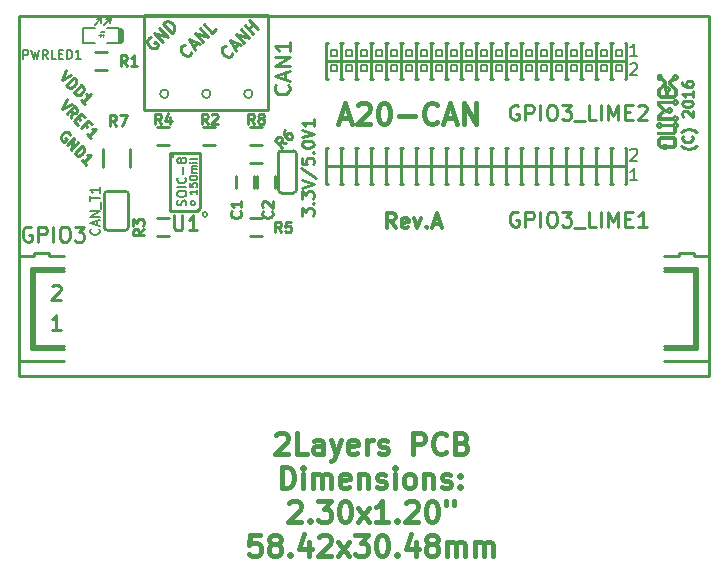
<source format=gbr>
G04 #@! TF.FileFunction,Legend,Top*
%FSLAX46Y46*%
G04 Gerber Fmt 4.6, Leading zero omitted, Abs format (unit mm)*
G04 Created by KiCad (PCBNEW 4.0.1-3.201512221401+6198~38~ubuntu15.10.1-stable) date Tue 05 Apr 2016 01:32:55 PM EEST*
%MOMM*%
G01*
G04 APERTURE LIST*
%ADD10C,0.100000*%
%ADD11C,0.200000*%
%ADD12C,0.222250*%
%ADD13C,0.254000*%
%ADD14C,0.317500*%
%ADD15C,0.381000*%
%ADD16C,0.127000*%
%ADD17C,0.150000*%
%ADD18C,0.050000*%
%ADD19C,0.009000*%
%ADD20C,0.203200*%
%ADD21C,0.250000*%
%ADD22C,0.190500*%
%ADD23C,0.158750*%
G04 APERTURE END LIST*
D10*
D11*
X139954000Y-108204000D02*
X139954000Y-108458000D01*
X140081000Y-108458000D02*
X139827000Y-108458000D01*
X140081000Y-108204000D02*
X140081000Y-108458000D01*
D12*
X184382833Y-107505500D02*
X184340500Y-107547834D01*
X184213500Y-107632500D01*
X184128833Y-107674834D01*
X184001833Y-107717167D01*
X183790167Y-107759500D01*
X183620833Y-107759500D01*
X183409167Y-107717167D01*
X183282167Y-107674834D01*
X183197500Y-107632500D01*
X183070500Y-107547834D01*
X183028167Y-107505500D01*
X183959500Y-106658833D02*
X184001833Y-106701167D01*
X184044167Y-106828167D01*
X184044167Y-106912833D01*
X184001833Y-107039833D01*
X183917167Y-107124500D01*
X183832500Y-107166833D01*
X183663167Y-107209167D01*
X183536167Y-107209167D01*
X183366833Y-107166833D01*
X183282167Y-107124500D01*
X183197500Y-107039833D01*
X183155167Y-106912833D01*
X183155167Y-106828167D01*
X183197500Y-106701167D01*
X183239833Y-106658833D01*
X184382833Y-106362500D02*
X184340500Y-106320167D01*
X184213500Y-106235500D01*
X184128833Y-106193167D01*
X184001833Y-106150833D01*
X183790167Y-106108500D01*
X183620833Y-106108500D01*
X183409167Y-106150833D01*
X183282167Y-106193167D01*
X183197500Y-106235500D01*
X183070500Y-106320167D01*
X183028167Y-106362500D01*
X183239833Y-105050167D02*
X183197500Y-105007833D01*
X183155167Y-104923167D01*
X183155167Y-104711500D01*
X183197500Y-104626833D01*
X183239833Y-104584500D01*
X183324500Y-104542167D01*
X183409167Y-104542167D01*
X183536167Y-104584500D01*
X184044167Y-105092500D01*
X184044167Y-104542167D01*
X183155167Y-103991833D02*
X183155167Y-103907166D01*
X183197500Y-103822500D01*
X183239833Y-103780166D01*
X183324500Y-103737833D01*
X183493833Y-103695500D01*
X183705500Y-103695500D01*
X183874833Y-103737833D01*
X183959500Y-103780166D01*
X184001833Y-103822500D01*
X184044167Y-103907166D01*
X184044167Y-103991833D01*
X184001833Y-104076500D01*
X183959500Y-104118833D01*
X183874833Y-104161166D01*
X183705500Y-104203500D01*
X183493833Y-104203500D01*
X183324500Y-104161166D01*
X183239833Y-104118833D01*
X183197500Y-104076500D01*
X183155167Y-103991833D01*
X184044167Y-102848833D02*
X184044167Y-103356833D01*
X184044167Y-103102833D02*
X183155167Y-103102833D01*
X183282167Y-103187499D01*
X183366833Y-103272166D01*
X183409167Y-103356833D01*
X183155167Y-102086832D02*
X183155167Y-102256166D01*
X183197500Y-102340832D01*
X183239833Y-102383166D01*
X183366833Y-102467832D01*
X183536167Y-102510166D01*
X183874833Y-102510166D01*
X183959500Y-102467832D01*
X184001833Y-102425499D01*
X184044167Y-102340832D01*
X184044167Y-102171499D01*
X184001833Y-102086832D01*
X183959500Y-102044499D01*
X183874833Y-102002166D01*
X183663167Y-102002166D01*
X183578500Y-102044499D01*
X183536167Y-102086832D01*
X183493833Y-102171499D01*
X183493833Y-102340832D01*
X183536167Y-102425499D01*
X183578500Y-102467832D01*
X183663167Y-102510166D01*
D13*
X145087422Y-99646736D02*
X145087422Y-99715157D01*
X145019001Y-99851999D01*
X144950580Y-99920420D01*
X144813738Y-99988840D01*
X144676896Y-99988840D01*
X144574264Y-99954630D01*
X144403212Y-99851998D01*
X144300581Y-99749367D01*
X144197949Y-99578315D01*
X144163739Y-99475683D01*
X144163739Y-99338841D01*
X144232159Y-99201999D01*
X144300580Y-99133578D01*
X144437422Y-99065157D01*
X144505843Y-99065157D01*
X145224264Y-99236209D02*
X145566368Y-98894105D01*
X145361106Y-99509894D02*
X144882159Y-98551999D01*
X145840053Y-99030947D01*
X146079526Y-98791473D02*
X145361106Y-98073053D01*
X146490052Y-98380947D01*
X145771632Y-97662527D01*
X146832157Y-98038842D02*
X146113737Y-97320422D01*
X146455842Y-97662527D02*
X146866368Y-97252001D01*
X147242683Y-97628316D02*
X146524263Y-96909896D01*
X141616948Y-99561210D02*
X141616948Y-99629631D01*
X141548527Y-99766473D01*
X141480105Y-99834894D01*
X141343264Y-99903314D01*
X141206422Y-99903314D01*
X141103790Y-99869104D01*
X140932738Y-99766472D01*
X140830107Y-99663841D01*
X140727475Y-99492789D01*
X140693265Y-99390157D01*
X140693265Y-99253315D01*
X140761685Y-99116473D01*
X140830106Y-99048052D01*
X140966948Y-98979631D01*
X141035369Y-98979631D01*
X141753790Y-99150683D02*
X142095894Y-98808579D01*
X141890632Y-99424368D02*
X141411685Y-98466473D01*
X142369579Y-98945421D01*
X142609052Y-98705947D02*
X141890632Y-97987527D01*
X143019578Y-98295421D01*
X142301158Y-97577001D01*
X143703788Y-97611211D02*
X143361683Y-97953316D01*
X142643263Y-97234896D01*
X138158422Y-98359158D02*
X138055790Y-98393368D01*
X137953159Y-98496000D01*
X137884738Y-98632841D01*
X137884738Y-98769683D01*
X137918949Y-98872315D01*
X138021581Y-99043368D01*
X138124211Y-99145998D01*
X138295264Y-99248630D01*
X138397896Y-99282841D01*
X138534738Y-99282841D01*
X138671579Y-99214420D01*
X138740000Y-99145999D01*
X138808421Y-99009157D01*
X138808421Y-98940736D01*
X138568948Y-98701262D01*
X138432105Y-98838104D01*
X139184737Y-98701262D02*
X138466317Y-97982842D01*
X139595263Y-98290737D01*
X138876842Y-97572316D01*
X139937368Y-97948631D02*
X139218948Y-97230211D01*
X139390000Y-97059158D01*
X139526842Y-96990738D01*
X139663684Y-96990738D01*
X139766316Y-97024948D01*
X139937368Y-97127580D01*
X140039999Y-97230211D01*
X140142631Y-97401263D01*
X140176841Y-97503895D01*
X140176841Y-97640737D01*
X140108421Y-97777579D01*
X139937368Y-97948631D01*
D14*
X158919334Y-114493524D02*
X158496001Y-113888762D01*
X158193620Y-114493524D02*
X158193620Y-113223524D01*
X158677429Y-113223524D01*
X158798382Y-113284000D01*
X158858858Y-113344476D01*
X158919334Y-113465429D01*
X158919334Y-113646857D01*
X158858858Y-113767810D01*
X158798382Y-113828286D01*
X158677429Y-113888762D01*
X158193620Y-113888762D01*
X159947429Y-114433048D02*
X159826477Y-114493524D01*
X159584572Y-114493524D01*
X159463620Y-114433048D01*
X159403144Y-114312095D01*
X159403144Y-113828286D01*
X159463620Y-113707333D01*
X159584572Y-113646857D01*
X159826477Y-113646857D01*
X159947429Y-113707333D01*
X160007906Y-113828286D01*
X160007906Y-113949238D01*
X159403144Y-114070190D01*
X160431239Y-113646857D02*
X160733620Y-114493524D01*
X161036000Y-113646857D01*
X161519810Y-114372571D02*
X161580286Y-114433048D01*
X161519810Y-114493524D01*
X161459334Y-114433048D01*
X161519810Y-114372571D01*
X161519810Y-114493524D01*
X162064096Y-114130667D02*
X162668858Y-114130667D01*
X161943143Y-114493524D02*
X162366477Y-113223524D01*
X162789810Y-114493524D01*
D15*
X154220334Y-105198333D02*
X155067000Y-105198333D01*
X154051000Y-105706333D02*
X154643667Y-103928333D01*
X155236334Y-105706333D01*
X155744334Y-104097667D02*
X155829000Y-104013000D01*
X155998334Y-103928333D01*
X156421667Y-103928333D01*
X156591000Y-104013000D01*
X156675667Y-104097667D01*
X156760334Y-104267000D01*
X156760334Y-104436333D01*
X156675667Y-104690333D01*
X155659667Y-105706333D01*
X156760334Y-105706333D01*
X157861000Y-103928333D02*
X158030333Y-103928333D01*
X158199667Y-104013000D01*
X158284333Y-104097667D01*
X158369000Y-104267000D01*
X158453667Y-104605667D01*
X158453667Y-105029000D01*
X158369000Y-105367667D01*
X158284333Y-105537000D01*
X158199667Y-105621667D01*
X158030333Y-105706333D01*
X157861000Y-105706333D01*
X157691667Y-105621667D01*
X157607000Y-105537000D01*
X157522333Y-105367667D01*
X157437667Y-105029000D01*
X157437667Y-104605667D01*
X157522333Y-104267000D01*
X157607000Y-104097667D01*
X157691667Y-104013000D01*
X157861000Y-103928333D01*
X159215666Y-105029000D02*
X160570333Y-105029000D01*
X162432999Y-105537000D02*
X162348333Y-105621667D01*
X162094333Y-105706333D01*
X161924999Y-105706333D01*
X161670999Y-105621667D01*
X161501666Y-105452333D01*
X161416999Y-105283000D01*
X161332333Y-104944333D01*
X161332333Y-104690333D01*
X161416999Y-104351667D01*
X161501666Y-104182333D01*
X161670999Y-104013000D01*
X161924999Y-103928333D01*
X162094333Y-103928333D01*
X162348333Y-104013000D01*
X162432999Y-104097667D01*
X163110333Y-105198333D02*
X163956999Y-105198333D01*
X162940999Y-105706333D02*
X163533666Y-103928333D01*
X164126333Y-105706333D01*
X164718999Y-105706333D02*
X164718999Y-103928333D01*
X165734999Y-105706333D01*
X165734999Y-103928333D01*
X148759334Y-132050367D02*
X148844000Y-131965700D01*
X149013334Y-131881033D01*
X149436667Y-131881033D01*
X149606000Y-131965700D01*
X149690667Y-132050367D01*
X149775334Y-132219700D01*
X149775334Y-132389033D01*
X149690667Y-132643033D01*
X148674667Y-133659033D01*
X149775334Y-133659033D01*
X151384000Y-133659033D02*
X150537333Y-133659033D01*
X150537333Y-131881033D01*
X152738666Y-133659033D02*
X152738666Y-132727700D01*
X152654000Y-132558367D01*
X152484666Y-132473700D01*
X152146000Y-132473700D01*
X151976666Y-132558367D01*
X152738666Y-133574367D02*
X152569333Y-133659033D01*
X152146000Y-133659033D01*
X151976666Y-133574367D01*
X151892000Y-133405033D01*
X151892000Y-133235700D01*
X151976666Y-133066367D01*
X152146000Y-132981700D01*
X152569333Y-132981700D01*
X152738666Y-132897033D01*
X153416000Y-132473700D02*
X153839333Y-133659033D01*
X154262667Y-132473700D02*
X153839333Y-133659033D01*
X153670000Y-134082367D01*
X153585333Y-134167033D01*
X153416000Y-134251700D01*
X155617334Y-133574367D02*
X155448000Y-133659033D01*
X155109334Y-133659033D01*
X154940000Y-133574367D01*
X154855334Y-133405033D01*
X154855334Y-132727700D01*
X154940000Y-132558367D01*
X155109334Y-132473700D01*
X155448000Y-132473700D01*
X155617334Y-132558367D01*
X155702000Y-132727700D01*
X155702000Y-132897033D01*
X154855334Y-133066367D01*
X156464000Y-133659033D02*
X156464000Y-132473700D01*
X156464000Y-132812367D02*
X156548667Y-132643033D01*
X156633334Y-132558367D01*
X156802667Y-132473700D01*
X156972000Y-132473700D01*
X157480001Y-133574367D02*
X157649334Y-133659033D01*
X157988001Y-133659033D01*
X158157334Y-133574367D01*
X158242001Y-133405033D01*
X158242001Y-133320367D01*
X158157334Y-133151033D01*
X157988001Y-133066367D01*
X157734001Y-133066367D01*
X157564667Y-132981700D01*
X157480001Y-132812367D01*
X157480001Y-132727700D01*
X157564667Y-132558367D01*
X157734001Y-132473700D01*
X157988001Y-132473700D01*
X158157334Y-132558367D01*
X160358667Y-133659033D02*
X160358667Y-131881033D01*
X161036001Y-131881033D01*
X161205334Y-131965700D01*
X161290001Y-132050367D01*
X161374667Y-132219700D01*
X161374667Y-132473700D01*
X161290001Y-132643033D01*
X161205334Y-132727700D01*
X161036001Y-132812367D01*
X160358667Y-132812367D01*
X163152667Y-133489700D02*
X163068001Y-133574367D01*
X162814001Y-133659033D01*
X162644667Y-133659033D01*
X162390667Y-133574367D01*
X162221334Y-133405033D01*
X162136667Y-133235700D01*
X162052001Y-132897033D01*
X162052001Y-132643033D01*
X162136667Y-132304367D01*
X162221334Y-132135033D01*
X162390667Y-131965700D01*
X162644667Y-131881033D01*
X162814001Y-131881033D01*
X163068001Y-131965700D01*
X163152667Y-132050367D01*
X164507334Y-132727700D02*
X164761334Y-132812367D01*
X164846001Y-132897033D01*
X164930667Y-133066367D01*
X164930667Y-133320367D01*
X164846001Y-133489700D01*
X164761334Y-133574367D01*
X164592001Y-133659033D01*
X163914667Y-133659033D01*
X163914667Y-131881033D01*
X164507334Y-131881033D01*
X164676667Y-131965700D01*
X164761334Y-132050367D01*
X164846001Y-132219700D01*
X164846001Y-132389033D01*
X164761334Y-132558367D01*
X164676667Y-132643033D01*
X164507334Y-132727700D01*
X163914667Y-132727700D01*
X149309666Y-136529233D02*
X149309666Y-134751233D01*
X149733000Y-134751233D01*
X149987000Y-134835900D01*
X150156333Y-135005233D01*
X150241000Y-135174567D01*
X150325666Y-135513233D01*
X150325666Y-135767233D01*
X150241000Y-136105900D01*
X150156333Y-136275233D01*
X149987000Y-136444567D01*
X149733000Y-136529233D01*
X149309666Y-136529233D01*
X151087666Y-136529233D02*
X151087666Y-135343900D01*
X151087666Y-134751233D02*
X151003000Y-134835900D01*
X151087666Y-134920567D01*
X151172333Y-134835900D01*
X151087666Y-134751233D01*
X151087666Y-134920567D01*
X151934333Y-136529233D02*
X151934333Y-135343900D01*
X151934333Y-135513233D02*
X152019000Y-135428567D01*
X152188333Y-135343900D01*
X152442333Y-135343900D01*
X152611667Y-135428567D01*
X152696333Y-135597900D01*
X152696333Y-136529233D01*
X152696333Y-135597900D02*
X152781000Y-135428567D01*
X152950333Y-135343900D01*
X153204333Y-135343900D01*
X153373667Y-135428567D01*
X153458333Y-135597900D01*
X153458333Y-136529233D01*
X154982334Y-136444567D02*
X154813000Y-136529233D01*
X154474334Y-136529233D01*
X154305000Y-136444567D01*
X154220334Y-136275233D01*
X154220334Y-135597900D01*
X154305000Y-135428567D01*
X154474334Y-135343900D01*
X154813000Y-135343900D01*
X154982334Y-135428567D01*
X155067000Y-135597900D01*
X155067000Y-135767233D01*
X154220334Y-135936567D01*
X155829000Y-135343900D02*
X155829000Y-136529233D01*
X155829000Y-135513233D02*
X155913667Y-135428567D01*
X156083000Y-135343900D01*
X156337000Y-135343900D01*
X156506334Y-135428567D01*
X156591000Y-135597900D01*
X156591000Y-136529233D01*
X157353001Y-136444567D02*
X157522334Y-136529233D01*
X157861001Y-136529233D01*
X158030334Y-136444567D01*
X158115001Y-136275233D01*
X158115001Y-136190567D01*
X158030334Y-136021233D01*
X157861001Y-135936567D01*
X157607001Y-135936567D01*
X157437667Y-135851900D01*
X157353001Y-135682567D01*
X157353001Y-135597900D01*
X157437667Y-135428567D01*
X157607001Y-135343900D01*
X157861001Y-135343900D01*
X158030334Y-135428567D01*
X158877000Y-136529233D02*
X158877000Y-135343900D01*
X158877000Y-134751233D02*
X158792334Y-134835900D01*
X158877000Y-134920567D01*
X158961667Y-134835900D01*
X158877000Y-134751233D01*
X158877000Y-134920567D01*
X159977667Y-136529233D02*
X159808334Y-136444567D01*
X159723667Y-136359900D01*
X159639001Y-136190567D01*
X159639001Y-135682567D01*
X159723667Y-135513233D01*
X159808334Y-135428567D01*
X159977667Y-135343900D01*
X160231667Y-135343900D01*
X160401001Y-135428567D01*
X160485667Y-135513233D01*
X160570334Y-135682567D01*
X160570334Y-136190567D01*
X160485667Y-136359900D01*
X160401001Y-136444567D01*
X160231667Y-136529233D01*
X159977667Y-136529233D01*
X161332334Y-135343900D02*
X161332334Y-136529233D01*
X161332334Y-135513233D02*
X161417001Y-135428567D01*
X161586334Y-135343900D01*
X161840334Y-135343900D01*
X162009668Y-135428567D01*
X162094334Y-135597900D01*
X162094334Y-136529233D01*
X162856335Y-136444567D02*
X163025668Y-136529233D01*
X163364335Y-136529233D01*
X163533668Y-136444567D01*
X163618335Y-136275233D01*
X163618335Y-136190567D01*
X163533668Y-136021233D01*
X163364335Y-135936567D01*
X163110335Y-135936567D01*
X162941001Y-135851900D01*
X162856335Y-135682567D01*
X162856335Y-135597900D01*
X162941001Y-135428567D01*
X163110335Y-135343900D01*
X163364335Y-135343900D01*
X163533668Y-135428567D01*
X164380334Y-136359900D02*
X164465001Y-136444567D01*
X164380334Y-136529233D01*
X164295668Y-136444567D01*
X164380334Y-136359900D01*
X164380334Y-136529233D01*
X164380334Y-135428567D02*
X164465001Y-135513233D01*
X164380334Y-135597900D01*
X164295668Y-135513233D01*
X164380334Y-135428567D01*
X164380334Y-135597900D01*
X149860001Y-137790767D02*
X149944667Y-137706100D01*
X150114001Y-137621433D01*
X150537334Y-137621433D01*
X150706667Y-137706100D01*
X150791334Y-137790767D01*
X150876001Y-137960100D01*
X150876001Y-138129433D01*
X150791334Y-138383433D01*
X149775334Y-139399433D01*
X150876001Y-139399433D01*
X151638000Y-139230100D02*
X151722667Y-139314767D01*
X151638000Y-139399433D01*
X151553334Y-139314767D01*
X151638000Y-139230100D01*
X151638000Y-139399433D01*
X152315334Y-137621433D02*
X153416001Y-137621433D01*
X152823334Y-138298767D01*
X153077334Y-138298767D01*
X153246667Y-138383433D01*
X153331334Y-138468100D01*
X153416001Y-138637433D01*
X153416001Y-139060767D01*
X153331334Y-139230100D01*
X153246667Y-139314767D01*
X153077334Y-139399433D01*
X152569334Y-139399433D01*
X152400001Y-139314767D01*
X152315334Y-139230100D01*
X154516667Y-137621433D02*
X154686000Y-137621433D01*
X154855334Y-137706100D01*
X154940000Y-137790767D01*
X155024667Y-137960100D01*
X155109334Y-138298767D01*
X155109334Y-138722100D01*
X155024667Y-139060767D01*
X154940000Y-139230100D01*
X154855334Y-139314767D01*
X154686000Y-139399433D01*
X154516667Y-139399433D01*
X154347334Y-139314767D01*
X154262667Y-139230100D01*
X154178000Y-139060767D01*
X154093334Y-138722100D01*
X154093334Y-138298767D01*
X154178000Y-137960100D01*
X154262667Y-137790767D01*
X154347334Y-137706100D01*
X154516667Y-137621433D01*
X155702000Y-139399433D02*
X156633333Y-138214100D01*
X155702000Y-138214100D02*
X156633333Y-139399433D01*
X158242000Y-139399433D02*
X157226000Y-139399433D01*
X157734000Y-139399433D02*
X157734000Y-137621433D01*
X157564666Y-137875433D01*
X157395333Y-138044767D01*
X157226000Y-138129433D01*
X159003999Y-139230100D02*
X159088666Y-139314767D01*
X159003999Y-139399433D01*
X158919333Y-139314767D01*
X159003999Y-139230100D01*
X159003999Y-139399433D01*
X159766000Y-137790767D02*
X159850666Y-137706100D01*
X160020000Y-137621433D01*
X160443333Y-137621433D01*
X160612666Y-137706100D01*
X160697333Y-137790767D01*
X160782000Y-137960100D01*
X160782000Y-138129433D01*
X160697333Y-138383433D01*
X159681333Y-139399433D01*
X160782000Y-139399433D01*
X161882666Y-137621433D02*
X162051999Y-137621433D01*
X162221333Y-137706100D01*
X162305999Y-137790767D01*
X162390666Y-137960100D01*
X162475333Y-138298767D01*
X162475333Y-138722100D01*
X162390666Y-139060767D01*
X162305999Y-139230100D01*
X162221333Y-139314767D01*
X162051999Y-139399433D01*
X161882666Y-139399433D01*
X161713333Y-139314767D01*
X161628666Y-139230100D01*
X161543999Y-139060767D01*
X161459333Y-138722100D01*
X161459333Y-138298767D01*
X161543999Y-137960100D01*
X161628666Y-137790767D01*
X161713333Y-137706100D01*
X161882666Y-137621433D01*
X163152666Y-137621433D02*
X163152666Y-137960100D01*
X163829999Y-137621433D02*
X163829999Y-137960100D01*
X147404668Y-140491633D02*
X146558001Y-140491633D01*
X146473335Y-141338300D01*
X146558001Y-141253633D01*
X146727335Y-141168967D01*
X147150668Y-141168967D01*
X147320001Y-141253633D01*
X147404668Y-141338300D01*
X147489335Y-141507633D01*
X147489335Y-141930967D01*
X147404668Y-142100300D01*
X147320001Y-142184967D01*
X147150668Y-142269633D01*
X146727335Y-142269633D01*
X146558001Y-142184967D01*
X146473335Y-142100300D01*
X148505334Y-141253633D02*
X148336001Y-141168967D01*
X148251334Y-141084300D01*
X148166668Y-140914967D01*
X148166668Y-140830300D01*
X148251334Y-140660967D01*
X148336001Y-140576300D01*
X148505334Y-140491633D01*
X148844001Y-140491633D01*
X149013334Y-140576300D01*
X149098001Y-140660967D01*
X149182668Y-140830300D01*
X149182668Y-140914967D01*
X149098001Y-141084300D01*
X149013334Y-141168967D01*
X148844001Y-141253633D01*
X148505334Y-141253633D01*
X148336001Y-141338300D01*
X148251334Y-141422967D01*
X148166668Y-141592300D01*
X148166668Y-141930967D01*
X148251334Y-142100300D01*
X148336001Y-142184967D01*
X148505334Y-142269633D01*
X148844001Y-142269633D01*
X149013334Y-142184967D01*
X149098001Y-142100300D01*
X149182668Y-141930967D01*
X149182668Y-141592300D01*
X149098001Y-141422967D01*
X149013334Y-141338300D01*
X148844001Y-141253633D01*
X149944667Y-142100300D02*
X150029334Y-142184967D01*
X149944667Y-142269633D01*
X149860001Y-142184967D01*
X149944667Y-142100300D01*
X149944667Y-142269633D01*
X151553334Y-141084300D02*
X151553334Y-142269633D01*
X151130001Y-140406967D02*
X150706668Y-141676967D01*
X151807334Y-141676967D01*
X152400001Y-140660967D02*
X152484667Y-140576300D01*
X152654001Y-140491633D01*
X153077334Y-140491633D01*
X153246667Y-140576300D01*
X153331334Y-140660967D01*
X153416001Y-140830300D01*
X153416001Y-140999633D01*
X153331334Y-141253633D01*
X152315334Y-142269633D01*
X153416001Y-142269633D01*
X154008667Y-142269633D02*
X154940000Y-141084300D01*
X154008667Y-141084300D02*
X154940000Y-142269633D01*
X155448000Y-140491633D02*
X156548667Y-140491633D01*
X155956000Y-141168967D01*
X156210000Y-141168967D01*
X156379333Y-141253633D01*
X156464000Y-141338300D01*
X156548667Y-141507633D01*
X156548667Y-141930967D01*
X156464000Y-142100300D01*
X156379333Y-142184967D01*
X156210000Y-142269633D01*
X155702000Y-142269633D01*
X155532667Y-142184967D01*
X155448000Y-142100300D01*
X157649333Y-140491633D02*
X157818666Y-140491633D01*
X157988000Y-140576300D01*
X158072666Y-140660967D01*
X158157333Y-140830300D01*
X158242000Y-141168967D01*
X158242000Y-141592300D01*
X158157333Y-141930967D01*
X158072666Y-142100300D01*
X157988000Y-142184967D01*
X157818666Y-142269633D01*
X157649333Y-142269633D01*
X157480000Y-142184967D01*
X157395333Y-142100300D01*
X157310666Y-141930967D01*
X157226000Y-141592300D01*
X157226000Y-141168967D01*
X157310666Y-140830300D01*
X157395333Y-140660967D01*
X157480000Y-140576300D01*
X157649333Y-140491633D01*
X159003999Y-142100300D02*
X159088666Y-142184967D01*
X159003999Y-142269633D01*
X158919333Y-142184967D01*
X159003999Y-142100300D01*
X159003999Y-142269633D01*
X160612666Y-141084300D02*
X160612666Y-142269633D01*
X160189333Y-140406967D02*
X159766000Y-141676967D01*
X160866666Y-141676967D01*
X161797999Y-141253633D02*
X161628666Y-141168967D01*
X161543999Y-141084300D01*
X161459333Y-140914967D01*
X161459333Y-140830300D01*
X161543999Y-140660967D01*
X161628666Y-140576300D01*
X161797999Y-140491633D01*
X162136666Y-140491633D01*
X162305999Y-140576300D01*
X162390666Y-140660967D01*
X162475333Y-140830300D01*
X162475333Y-140914967D01*
X162390666Y-141084300D01*
X162305999Y-141168967D01*
X162136666Y-141253633D01*
X161797999Y-141253633D01*
X161628666Y-141338300D01*
X161543999Y-141422967D01*
X161459333Y-141592300D01*
X161459333Y-141930967D01*
X161543999Y-142100300D01*
X161628666Y-142184967D01*
X161797999Y-142269633D01*
X162136666Y-142269633D01*
X162305999Y-142184967D01*
X162390666Y-142100300D01*
X162475333Y-141930967D01*
X162475333Y-141592300D01*
X162390666Y-141422967D01*
X162305999Y-141338300D01*
X162136666Y-141253633D01*
X163237332Y-142269633D02*
X163237332Y-141084300D01*
X163237332Y-141253633D02*
X163321999Y-141168967D01*
X163491332Y-141084300D01*
X163745332Y-141084300D01*
X163914666Y-141168967D01*
X163999332Y-141338300D01*
X163999332Y-142269633D01*
X163999332Y-141338300D02*
X164083999Y-141168967D01*
X164253332Y-141084300D01*
X164507332Y-141084300D01*
X164676666Y-141168967D01*
X164761332Y-141338300D01*
X164761332Y-142269633D01*
X165607999Y-142269633D02*
X165607999Y-141084300D01*
X165607999Y-141253633D02*
X165692666Y-141168967D01*
X165861999Y-141084300D01*
X166115999Y-141084300D01*
X166285333Y-141168967D01*
X166369999Y-141338300D01*
X166369999Y-142269633D01*
X166369999Y-141338300D02*
X166454666Y-141168967D01*
X166623999Y-141084300D01*
X166877999Y-141084300D01*
X167047333Y-141168967D01*
X167131999Y-141338300D01*
X167131999Y-142269633D01*
D13*
X127000000Y-96520000D02*
X127000000Y-127000000D01*
X185420000Y-96520000D02*
X127000000Y-96520000D01*
X185420000Y-127000000D02*
X185420000Y-96520000D01*
X127000000Y-127000000D02*
X185420000Y-127000000D01*
X148971000Y-111252000D02*
X148971000Y-108204000D01*
X149225000Y-111506000D02*
X150241000Y-111506000D01*
X149225000Y-107950000D02*
X150241000Y-107950000D01*
X150495000Y-108204000D02*
X150495000Y-111252000D01*
X150241000Y-111506000D02*
G75*
G03X150495000Y-111252000I0J254000D01*
G01*
X150495000Y-108204000D02*
G75*
G03X150241000Y-107950000I-254000J0D01*
G01*
X149225000Y-107950000D02*
G75*
G03X148971000Y-108204000I0J-254000D01*
G01*
X148971000Y-111252000D02*
G75*
G03X149225000Y-111506000I254000J0D01*
G01*
X146939000Y-111125000D02*
X146939000Y-110109000D01*
X145415000Y-111125000D02*
X145415000Y-110109000D01*
X148717000Y-111125000D02*
X148717000Y-110109000D01*
X147193000Y-111125000D02*
X147193000Y-110109000D01*
D16*
X146790210Y-103124000D02*
G75*
G03X146790210Y-103124000I-359210J0D01*
G01*
X146790210Y-103124000D02*
G75*
G03X146790210Y-103124000I-359210J0D01*
G01*
X143234210Y-103124000D02*
G75*
G03X143234210Y-103124000I-359210J0D01*
G01*
X143234210Y-103124000D02*
G75*
G03X143234210Y-103124000I-359210J0D01*
G01*
X139678210Y-103124000D02*
G75*
G03X139678210Y-103124000I-359210J0D01*
G01*
X139678210Y-103124000D02*
G75*
G03X139678210Y-103124000I-359210J0D01*
G01*
D13*
X148125000Y-104465000D02*
X137625000Y-104465000D01*
X137625000Y-96465000D02*
X148125000Y-96465000D01*
X148125000Y-104465000D02*
X148125000Y-96465000D01*
X137625000Y-104465000D02*
X137625000Y-96465000D01*
X154305000Y-109220000D02*
X154305000Y-110744000D01*
X154305000Y-107696000D02*
X154305000Y-109220000D01*
X155575000Y-109220000D02*
X155575000Y-110744000D01*
X156845000Y-109220000D02*
X156845000Y-110744000D01*
X158115000Y-109220000D02*
X158115000Y-110744000D01*
X159385000Y-109220000D02*
X159385000Y-110744000D01*
X160655000Y-109220000D02*
X160655000Y-110744000D01*
X161925000Y-109220000D02*
X161925000Y-110744000D01*
X163195000Y-109220000D02*
X163195000Y-110744000D01*
X164465000Y-109220000D02*
X164465000Y-110744000D01*
X155575000Y-107696000D02*
X155575000Y-109220000D01*
X156845000Y-107696000D02*
X156845000Y-109220000D01*
X158115000Y-107696000D02*
X158115000Y-109220000D01*
X159385000Y-107696000D02*
X159385000Y-109220000D01*
X160655000Y-107696000D02*
X160655000Y-109220000D01*
X161925000Y-107696000D02*
X161925000Y-109220000D01*
X163195000Y-107696000D02*
X163195000Y-109220000D01*
X164465000Y-107696000D02*
X164465000Y-109220000D01*
X164465000Y-110744000D02*
X164338000Y-110744000D01*
X164592000Y-110744000D02*
X164465000Y-110744000D01*
X163195000Y-110744000D02*
X163068000Y-110744000D01*
X163322000Y-110744000D02*
X163195000Y-110744000D01*
X161925000Y-110744000D02*
X161798000Y-110744000D01*
X162052000Y-110744000D02*
X161925000Y-110744000D01*
X160655000Y-110744000D02*
X160528000Y-110744000D01*
X160782000Y-110744000D02*
X160655000Y-110744000D01*
X159385000Y-110744000D02*
X159258000Y-110744000D01*
X159512000Y-110744000D02*
X159385000Y-110744000D01*
X158115000Y-110744000D02*
X157988000Y-110744000D01*
X158242000Y-110744000D02*
X158115000Y-110744000D01*
X156845000Y-110744000D02*
X156718000Y-110744000D01*
X156972000Y-110744000D02*
X156845000Y-110744000D01*
X155575000Y-110744000D02*
X155448000Y-110744000D01*
X155702000Y-110744000D02*
X155575000Y-110744000D01*
X154432000Y-110744000D02*
X154178000Y-110744000D01*
X154305000Y-107696000D02*
X154178000Y-107696000D01*
X154432000Y-107696000D02*
X154305000Y-107696000D01*
X155575000Y-107696000D02*
X155448000Y-107696000D01*
X155702000Y-107696000D02*
X155575000Y-107696000D01*
X156845000Y-107696000D02*
X156718000Y-107696000D01*
X156972000Y-107696000D02*
X156845000Y-107696000D01*
X158115000Y-107696000D02*
X157988000Y-107696000D01*
X158242000Y-107696000D02*
X158115000Y-107696000D01*
X159385000Y-107696000D02*
X159258000Y-107696000D01*
X159512000Y-107696000D02*
X159385000Y-107696000D01*
X160655000Y-107696000D02*
X160528000Y-107696000D01*
X160782000Y-107696000D02*
X160655000Y-107696000D01*
X161925000Y-107696000D02*
X161798000Y-107696000D01*
X162052000Y-107696000D02*
X161925000Y-107696000D01*
X163195000Y-107696000D02*
X163068000Y-107696000D01*
X163322000Y-107696000D02*
X163195000Y-107696000D01*
X164465000Y-107696000D02*
X164338000Y-107696000D01*
X164592000Y-107696000D02*
X164465000Y-107696000D01*
X154305000Y-109220000D02*
X153035000Y-109220000D01*
X155575000Y-109220000D02*
X154305000Y-109220000D01*
X156845000Y-109220000D02*
X155575000Y-109220000D01*
X158115000Y-109220000D02*
X156845000Y-109220000D01*
X159385000Y-109220000D02*
X158115000Y-109220000D01*
X160655000Y-109220000D02*
X159385000Y-109220000D01*
X161925000Y-109220000D02*
X160655000Y-109220000D01*
X163195000Y-109220000D02*
X161925000Y-109220000D01*
X164465000Y-109220000D02*
X163195000Y-109220000D01*
X165735000Y-109220000D02*
X164465000Y-109220000D01*
X153035000Y-107696000D02*
X153162000Y-107696000D01*
X153035000Y-109220000D02*
X153035000Y-107696000D01*
X153035000Y-110744000D02*
X153035000Y-109220000D01*
X153162000Y-110744000D02*
X153035000Y-110744000D01*
X165735000Y-107696000D02*
X165608000Y-107696000D01*
X165608000Y-110744000D02*
X165735000Y-110744000D01*
X178308000Y-110744000D02*
X178435000Y-110744000D01*
X178435000Y-110744000D02*
X178435000Y-109220000D01*
X178435000Y-109220000D02*
X178435000Y-107696000D01*
X178435000Y-107696000D02*
X178308000Y-107696000D01*
X165862000Y-110744000D02*
X165735000Y-110744000D01*
X165735000Y-110744000D02*
X165735000Y-109220000D01*
X165735000Y-109220000D02*
X165735000Y-107696000D01*
X165735000Y-107696000D02*
X165862000Y-107696000D01*
X178435000Y-109220000D02*
X177165000Y-109220000D01*
X177165000Y-109220000D02*
X175895000Y-109220000D01*
X175895000Y-109220000D02*
X174625000Y-109220000D01*
X174625000Y-109220000D02*
X173355000Y-109220000D01*
X173355000Y-109220000D02*
X172085000Y-109220000D01*
X172085000Y-109220000D02*
X170815000Y-109220000D01*
X170815000Y-109220000D02*
X169545000Y-109220000D01*
X169545000Y-109220000D02*
X168275000Y-109220000D01*
X168275000Y-109220000D02*
X167005000Y-109220000D01*
X167005000Y-109220000D02*
X165735000Y-109220000D01*
X177292000Y-107696000D02*
X177165000Y-107696000D01*
X177165000Y-107696000D02*
X177038000Y-107696000D01*
X176022000Y-107696000D02*
X175895000Y-107696000D01*
X175895000Y-107696000D02*
X175768000Y-107696000D01*
X174752000Y-107696000D02*
X174625000Y-107696000D01*
X174625000Y-107696000D02*
X174498000Y-107696000D01*
X173482000Y-107696000D02*
X173355000Y-107696000D01*
X173355000Y-107696000D02*
X173228000Y-107696000D01*
X172212000Y-107696000D02*
X172085000Y-107696000D01*
X172085000Y-107696000D02*
X171958000Y-107696000D01*
X170942000Y-107696000D02*
X170815000Y-107696000D01*
X170815000Y-107696000D02*
X170688000Y-107696000D01*
X169672000Y-107696000D02*
X169545000Y-107696000D01*
X169545000Y-107696000D02*
X169418000Y-107696000D01*
X168402000Y-107696000D02*
X168275000Y-107696000D01*
X168275000Y-107696000D02*
X168148000Y-107696000D01*
X167132000Y-107696000D02*
X167005000Y-107696000D01*
X167005000Y-107696000D02*
X166878000Y-107696000D01*
X167132000Y-110744000D02*
X166878000Y-110744000D01*
X168402000Y-110744000D02*
X168275000Y-110744000D01*
X168275000Y-110744000D02*
X168148000Y-110744000D01*
X169672000Y-110744000D02*
X169545000Y-110744000D01*
X169545000Y-110744000D02*
X169418000Y-110744000D01*
X170942000Y-110744000D02*
X170815000Y-110744000D01*
X170815000Y-110744000D02*
X170688000Y-110744000D01*
X172212000Y-110744000D02*
X172085000Y-110744000D01*
X172085000Y-110744000D02*
X171958000Y-110744000D01*
X173482000Y-110744000D02*
X173355000Y-110744000D01*
X173355000Y-110744000D02*
X173228000Y-110744000D01*
X174752000Y-110744000D02*
X174625000Y-110744000D01*
X174625000Y-110744000D02*
X174498000Y-110744000D01*
X176022000Y-110744000D02*
X175895000Y-110744000D01*
X175895000Y-110744000D02*
X175768000Y-110744000D01*
X177292000Y-110744000D02*
X177165000Y-110744000D01*
X177165000Y-110744000D02*
X177038000Y-110744000D01*
X177165000Y-107696000D02*
X177165000Y-109220000D01*
X175895000Y-107696000D02*
X175895000Y-109220000D01*
X174625000Y-107696000D02*
X174625000Y-109220000D01*
X173355000Y-107696000D02*
X173355000Y-109220000D01*
X172085000Y-107696000D02*
X172085000Y-109220000D01*
X170815000Y-107696000D02*
X170815000Y-109220000D01*
X169545000Y-107696000D02*
X169545000Y-109220000D01*
X168275000Y-107696000D02*
X168275000Y-109220000D01*
X177165000Y-109220000D02*
X177165000Y-110744000D01*
X175895000Y-109220000D02*
X175895000Y-110744000D01*
X174625000Y-109220000D02*
X174625000Y-110744000D01*
X173355000Y-109220000D02*
X173355000Y-110744000D01*
X172085000Y-109220000D02*
X172085000Y-110744000D01*
X170815000Y-109220000D02*
X170815000Y-110744000D01*
X169545000Y-109220000D02*
X169545000Y-110744000D01*
X168275000Y-109220000D02*
X168275000Y-110744000D01*
X167005000Y-107696000D02*
X167005000Y-109220000D01*
X167005000Y-109220000D02*
X167005000Y-110744000D01*
X154305000Y-100330000D02*
X154305000Y-101854000D01*
X154305000Y-98806000D02*
X154305000Y-100330000D01*
X155575000Y-100330000D02*
X155575000Y-101854000D01*
X156845000Y-100330000D02*
X156845000Y-101854000D01*
X158115000Y-100330000D02*
X158115000Y-101854000D01*
X159385000Y-100330000D02*
X159385000Y-101854000D01*
X160655000Y-100330000D02*
X160655000Y-101854000D01*
X161925000Y-100330000D02*
X161925000Y-101854000D01*
X163195000Y-100330000D02*
X163195000Y-101854000D01*
X164465000Y-100330000D02*
X164465000Y-101854000D01*
X155575000Y-98806000D02*
X155575000Y-100330000D01*
X156845000Y-98806000D02*
X156845000Y-100330000D01*
X158115000Y-98806000D02*
X158115000Y-100330000D01*
X159385000Y-98806000D02*
X159385000Y-100330000D01*
X160655000Y-98806000D02*
X160655000Y-100330000D01*
X161925000Y-98806000D02*
X161925000Y-100330000D01*
X163195000Y-98806000D02*
X163195000Y-100330000D01*
X164465000Y-98806000D02*
X164465000Y-100330000D01*
X164465000Y-101854000D02*
X164338000Y-101854000D01*
X164592000Y-101854000D02*
X164465000Y-101854000D01*
X163195000Y-101854000D02*
X163068000Y-101854000D01*
X163322000Y-101854000D02*
X163195000Y-101854000D01*
X161925000Y-101854000D02*
X161798000Y-101854000D01*
X162052000Y-101854000D02*
X161925000Y-101854000D01*
X160655000Y-101854000D02*
X160528000Y-101854000D01*
X160782000Y-101854000D02*
X160655000Y-101854000D01*
X159385000Y-101854000D02*
X159258000Y-101854000D01*
X159512000Y-101854000D02*
X159385000Y-101854000D01*
X158115000Y-101854000D02*
X157988000Y-101854000D01*
X158242000Y-101854000D02*
X158115000Y-101854000D01*
X156845000Y-101854000D02*
X156718000Y-101854000D01*
X156972000Y-101854000D02*
X156845000Y-101854000D01*
X155575000Y-101854000D02*
X155448000Y-101854000D01*
X155702000Y-101854000D02*
X155575000Y-101854000D01*
X154432000Y-101854000D02*
X154178000Y-101854000D01*
X154305000Y-98806000D02*
X154178000Y-98806000D01*
X154432000Y-98806000D02*
X154305000Y-98806000D01*
X155575000Y-98806000D02*
X155448000Y-98806000D01*
X155702000Y-98806000D02*
X155575000Y-98806000D01*
X156845000Y-98806000D02*
X156718000Y-98806000D01*
X156972000Y-98806000D02*
X156845000Y-98806000D01*
X158115000Y-98806000D02*
X157988000Y-98806000D01*
X158242000Y-98806000D02*
X158115000Y-98806000D01*
X159385000Y-98806000D02*
X159258000Y-98806000D01*
X159512000Y-98806000D02*
X159385000Y-98806000D01*
X160655000Y-98806000D02*
X160528000Y-98806000D01*
X160782000Y-98806000D02*
X160655000Y-98806000D01*
X161925000Y-98806000D02*
X161798000Y-98806000D01*
X162052000Y-98806000D02*
X161925000Y-98806000D01*
X163195000Y-98806000D02*
X163068000Y-98806000D01*
X163322000Y-98806000D02*
X163195000Y-98806000D01*
X164465000Y-98806000D02*
X164338000Y-98806000D01*
X164592000Y-98806000D02*
X164465000Y-98806000D01*
X154305000Y-100330000D02*
X153035000Y-100330000D01*
X155575000Y-100330000D02*
X154305000Y-100330000D01*
X156845000Y-100330000D02*
X155575000Y-100330000D01*
X158115000Y-100330000D02*
X156845000Y-100330000D01*
X159385000Y-100330000D02*
X158115000Y-100330000D01*
X160655000Y-100330000D02*
X159385000Y-100330000D01*
X161925000Y-100330000D02*
X160655000Y-100330000D01*
X163195000Y-100330000D02*
X161925000Y-100330000D01*
X164465000Y-100330000D02*
X163195000Y-100330000D01*
X165735000Y-100330000D02*
X164465000Y-100330000D01*
X153035000Y-98806000D02*
X153162000Y-98806000D01*
X153035000Y-100330000D02*
X153035000Y-98806000D01*
X153035000Y-101854000D02*
X153035000Y-100330000D01*
X153162000Y-101854000D02*
X153035000Y-101854000D01*
X165735000Y-98806000D02*
X165608000Y-98806000D01*
X165608000Y-101854000D02*
X165735000Y-101854000D01*
D16*
X153924000Y-99441000D02*
X153924000Y-99949000D01*
X153924000Y-99949000D02*
X153416000Y-99949000D01*
X153416000Y-99441000D02*
X153416000Y-99949000D01*
X153924000Y-99441000D02*
X153416000Y-99441000D01*
X155194000Y-99441000D02*
X155194000Y-99949000D01*
X155194000Y-99949000D02*
X154686000Y-99949000D01*
X154686000Y-99441000D02*
X154686000Y-99949000D01*
X155194000Y-99441000D02*
X154686000Y-99441000D01*
X156464000Y-99441000D02*
X156464000Y-99949000D01*
X156464000Y-99949000D02*
X155956000Y-99949000D01*
X155956000Y-99441000D02*
X155956000Y-99949000D01*
X156464000Y-99441000D02*
X155956000Y-99441000D01*
X157734000Y-99441000D02*
X157734000Y-99949000D01*
X157734000Y-99949000D02*
X157226000Y-99949000D01*
X157226000Y-99441000D02*
X157226000Y-99949000D01*
X157734000Y-99441000D02*
X157226000Y-99441000D01*
X159004000Y-99441000D02*
X159004000Y-99949000D01*
X159004000Y-99949000D02*
X158496000Y-99949000D01*
X158496000Y-99441000D02*
X158496000Y-99949000D01*
X159004000Y-99441000D02*
X158496000Y-99441000D01*
X160274000Y-99441000D02*
X160274000Y-99949000D01*
X160274000Y-99949000D02*
X159766000Y-99949000D01*
X159766000Y-99441000D02*
X159766000Y-99949000D01*
X160274000Y-99441000D02*
X159766000Y-99441000D01*
X161544000Y-99441000D02*
X161544000Y-99949000D01*
X161544000Y-99949000D02*
X161036000Y-99949000D01*
X161036000Y-99441000D02*
X161036000Y-99949000D01*
X161544000Y-99441000D02*
X161036000Y-99441000D01*
X162814000Y-99441000D02*
X162814000Y-99949000D01*
X162814000Y-99949000D02*
X162306000Y-99949000D01*
X162306000Y-99441000D02*
X162306000Y-99949000D01*
X162814000Y-99441000D02*
X162306000Y-99441000D01*
X164084000Y-99441000D02*
X164084000Y-99949000D01*
X164084000Y-99949000D02*
X163576000Y-99949000D01*
X163576000Y-99441000D02*
X163576000Y-99949000D01*
X164084000Y-99441000D02*
X163576000Y-99441000D01*
X165354000Y-99441000D02*
X165354000Y-99949000D01*
X165354000Y-99949000D02*
X164846000Y-99949000D01*
X164846000Y-99441000D02*
X164846000Y-99949000D01*
X165354000Y-99441000D02*
X164846000Y-99441000D01*
X153924000Y-100711000D02*
X153924000Y-101219000D01*
X153924000Y-101219000D02*
X153416000Y-101219000D01*
X153416000Y-100711000D02*
X153416000Y-101219000D01*
X153924000Y-100711000D02*
X153416000Y-100711000D01*
X155194000Y-100711000D02*
X155194000Y-101219000D01*
X155194000Y-101219000D02*
X154686000Y-101219000D01*
X154686000Y-100711000D02*
X154686000Y-101219000D01*
X155194000Y-100711000D02*
X154686000Y-100711000D01*
X156464000Y-100711000D02*
X156464000Y-101219000D01*
X156464000Y-101219000D02*
X155956000Y-101219000D01*
X155956000Y-100711000D02*
X155956000Y-101219000D01*
X156464000Y-100711000D02*
X155956000Y-100711000D01*
X157734000Y-100711000D02*
X157734000Y-101219000D01*
X157734000Y-101219000D02*
X157226000Y-101219000D01*
X157226000Y-100711000D02*
X157226000Y-101219000D01*
X157734000Y-100711000D02*
X157226000Y-100711000D01*
X159004000Y-100711000D02*
X159004000Y-101219000D01*
X159004000Y-101219000D02*
X158496000Y-101219000D01*
X158496000Y-100711000D02*
X158496000Y-101219000D01*
X159004000Y-100711000D02*
X158496000Y-100711000D01*
X160274000Y-100711000D02*
X160274000Y-101219000D01*
X160274000Y-101219000D02*
X159766000Y-101219000D01*
X159766000Y-100711000D02*
X159766000Y-101219000D01*
X160274000Y-100711000D02*
X159766000Y-100711000D01*
X161544000Y-100711000D02*
X161544000Y-101219000D01*
X161544000Y-101219000D02*
X161036000Y-101219000D01*
X161036000Y-100711000D02*
X161036000Y-101219000D01*
X161544000Y-100711000D02*
X161036000Y-100711000D01*
X162814000Y-100711000D02*
X162814000Y-101219000D01*
X162814000Y-101219000D02*
X162306000Y-101219000D01*
X162306000Y-100711000D02*
X162306000Y-101219000D01*
X162814000Y-100711000D02*
X162306000Y-100711000D01*
X164084000Y-100711000D02*
X164084000Y-101219000D01*
X164084000Y-101219000D02*
X163576000Y-101219000D01*
X163576000Y-100711000D02*
X163576000Y-101219000D01*
X164084000Y-100711000D02*
X163576000Y-100711000D01*
X165354000Y-100711000D02*
X165354000Y-101219000D01*
X165354000Y-101219000D02*
X164846000Y-101219000D01*
X164846000Y-100711000D02*
X164846000Y-101219000D01*
X165354000Y-100711000D02*
X164846000Y-100711000D01*
X178054000Y-100711000D02*
X177546000Y-100711000D01*
X177546000Y-100711000D02*
X177546000Y-101219000D01*
X178054000Y-101219000D02*
X177546000Y-101219000D01*
X178054000Y-100711000D02*
X178054000Y-101219000D01*
X176784000Y-100711000D02*
X176276000Y-100711000D01*
X176276000Y-100711000D02*
X176276000Y-101219000D01*
X176784000Y-101219000D02*
X176276000Y-101219000D01*
X176784000Y-100711000D02*
X176784000Y-101219000D01*
X175514000Y-100711000D02*
X175006000Y-100711000D01*
X175006000Y-100711000D02*
X175006000Y-101219000D01*
X175514000Y-101219000D02*
X175006000Y-101219000D01*
X175514000Y-100711000D02*
X175514000Y-101219000D01*
X174244000Y-100711000D02*
X173736000Y-100711000D01*
X173736000Y-100711000D02*
X173736000Y-101219000D01*
X174244000Y-101219000D02*
X173736000Y-101219000D01*
X174244000Y-100711000D02*
X174244000Y-101219000D01*
X172974000Y-100711000D02*
X172466000Y-100711000D01*
X172466000Y-100711000D02*
X172466000Y-101219000D01*
X172974000Y-101219000D02*
X172466000Y-101219000D01*
X172974000Y-100711000D02*
X172974000Y-101219000D01*
X171704000Y-100711000D02*
X171196000Y-100711000D01*
X171196000Y-100711000D02*
X171196000Y-101219000D01*
X171704000Y-101219000D02*
X171196000Y-101219000D01*
X171704000Y-100711000D02*
X171704000Y-101219000D01*
X170434000Y-100711000D02*
X169926000Y-100711000D01*
X169926000Y-100711000D02*
X169926000Y-101219000D01*
X170434000Y-101219000D02*
X169926000Y-101219000D01*
X170434000Y-100711000D02*
X170434000Y-101219000D01*
X169164000Y-100711000D02*
X168656000Y-100711000D01*
X168656000Y-100711000D02*
X168656000Y-101219000D01*
X169164000Y-101219000D02*
X168656000Y-101219000D01*
X169164000Y-100711000D02*
X169164000Y-101219000D01*
X167894000Y-100711000D02*
X167386000Y-100711000D01*
X167386000Y-100711000D02*
X167386000Y-101219000D01*
X167894000Y-101219000D02*
X167386000Y-101219000D01*
X167894000Y-100711000D02*
X167894000Y-101219000D01*
X166624000Y-100711000D02*
X166116000Y-100711000D01*
X166116000Y-100711000D02*
X166116000Y-101219000D01*
X166624000Y-101219000D02*
X166116000Y-101219000D01*
X166624000Y-100711000D02*
X166624000Y-101219000D01*
X178054000Y-99441000D02*
X177546000Y-99441000D01*
X177546000Y-99441000D02*
X177546000Y-99949000D01*
X178054000Y-99949000D02*
X177546000Y-99949000D01*
X178054000Y-99441000D02*
X178054000Y-99949000D01*
X176784000Y-99441000D02*
X176276000Y-99441000D01*
X176276000Y-99441000D02*
X176276000Y-99949000D01*
X176784000Y-99949000D02*
X176276000Y-99949000D01*
X176784000Y-99441000D02*
X176784000Y-99949000D01*
X175514000Y-99441000D02*
X175006000Y-99441000D01*
X175006000Y-99441000D02*
X175006000Y-99949000D01*
X175514000Y-99949000D02*
X175006000Y-99949000D01*
X175514000Y-99441000D02*
X175514000Y-99949000D01*
X174244000Y-99441000D02*
X173736000Y-99441000D01*
X173736000Y-99441000D02*
X173736000Y-99949000D01*
X174244000Y-99949000D02*
X173736000Y-99949000D01*
X174244000Y-99441000D02*
X174244000Y-99949000D01*
X172974000Y-99441000D02*
X172466000Y-99441000D01*
X172466000Y-99441000D02*
X172466000Y-99949000D01*
X172974000Y-99949000D02*
X172466000Y-99949000D01*
X172974000Y-99441000D02*
X172974000Y-99949000D01*
X171704000Y-99441000D02*
X171196000Y-99441000D01*
X171196000Y-99441000D02*
X171196000Y-99949000D01*
X171704000Y-99949000D02*
X171196000Y-99949000D01*
X171704000Y-99441000D02*
X171704000Y-99949000D01*
X170434000Y-99441000D02*
X169926000Y-99441000D01*
X169926000Y-99441000D02*
X169926000Y-99949000D01*
X170434000Y-99949000D02*
X169926000Y-99949000D01*
X170434000Y-99441000D02*
X170434000Y-99949000D01*
X169164000Y-99441000D02*
X168656000Y-99441000D01*
X168656000Y-99441000D02*
X168656000Y-99949000D01*
X169164000Y-99949000D02*
X168656000Y-99949000D01*
X169164000Y-99441000D02*
X169164000Y-99949000D01*
X167894000Y-99441000D02*
X167386000Y-99441000D01*
X167386000Y-99441000D02*
X167386000Y-99949000D01*
X167894000Y-99949000D02*
X167386000Y-99949000D01*
X167894000Y-99441000D02*
X167894000Y-99949000D01*
X166624000Y-99441000D02*
X166116000Y-99441000D01*
X166116000Y-99441000D02*
X166116000Y-99949000D01*
X166624000Y-99949000D02*
X166116000Y-99949000D01*
X166624000Y-99441000D02*
X166624000Y-99949000D01*
D13*
X178308000Y-101854000D02*
X178435000Y-101854000D01*
X178435000Y-101854000D02*
X178435000Y-100330000D01*
X178435000Y-100330000D02*
X178435000Y-98806000D01*
X178435000Y-98806000D02*
X178308000Y-98806000D01*
X165862000Y-101854000D02*
X165735000Y-101854000D01*
X165735000Y-101854000D02*
X165735000Y-100330000D01*
X165735000Y-100330000D02*
X165735000Y-98806000D01*
X165735000Y-98806000D02*
X165862000Y-98806000D01*
X178435000Y-100330000D02*
X177165000Y-100330000D01*
X177165000Y-100330000D02*
X175895000Y-100330000D01*
X175895000Y-100330000D02*
X174625000Y-100330000D01*
X174625000Y-100330000D02*
X173355000Y-100330000D01*
X173355000Y-100330000D02*
X172085000Y-100330000D01*
X172085000Y-100330000D02*
X170815000Y-100330000D01*
X170815000Y-100330000D02*
X169545000Y-100330000D01*
X169545000Y-100330000D02*
X168275000Y-100330000D01*
X168275000Y-100330000D02*
X167005000Y-100330000D01*
X167005000Y-100330000D02*
X165735000Y-100330000D01*
X177292000Y-98806000D02*
X177165000Y-98806000D01*
X177165000Y-98806000D02*
X177038000Y-98806000D01*
X176022000Y-98806000D02*
X175895000Y-98806000D01*
X175895000Y-98806000D02*
X175768000Y-98806000D01*
X174752000Y-98806000D02*
X174625000Y-98806000D01*
X174625000Y-98806000D02*
X174498000Y-98806000D01*
X173482000Y-98806000D02*
X173355000Y-98806000D01*
X173355000Y-98806000D02*
X173228000Y-98806000D01*
X172212000Y-98806000D02*
X172085000Y-98806000D01*
X172085000Y-98806000D02*
X171958000Y-98806000D01*
X170942000Y-98806000D02*
X170815000Y-98806000D01*
X170815000Y-98806000D02*
X170688000Y-98806000D01*
X169672000Y-98806000D02*
X169545000Y-98806000D01*
X169545000Y-98806000D02*
X169418000Y-98806000D01*
X168402000Y-98806000D02*
X168275000Y-98806000D01*
X168275000Y-98806000D02*
X168148000Y-98806000D01*
X167132000Y-98806000D02*
X167005000Y-98806000D01*
X167005000Y-98806000D02*
X166878000Y-98806000D01*
X167132000Y-101854000D02*
X166878000Y-101854000D01*
X168402000Y-101854000D02*
X168275000Y-101854000D01*
X168275000Y-101854000D02*
X168148000Y-101854000D01*
X169672000Y-101854000D02*
X169545000Y-101854000D01*
X169545000Y-101854000D02*
X169418000Y-101854000D01*
X170942000Y-101854000D02*
X170815000Y-101854000D01*
X170815000Y-101854000D02*
X170688000Y-101854000D01*
X172212000Y-101854000D02*
X172085000Y-101854000D01*
X172085000Y-101854000D02*
X171958000Y-101854000D01*
X173482000Y-101854000D02*
X173355000Y-101854000D01*
X173355000Y-101854000D02*
X173228000Y-101854000D01*
X174752000Y-101854000D02*
X174625000Y-101854000D01*
X174625000Y-101854000D02*
X174498000Y-101854000D01*
X176022000Y-101854000D02*
X175895000Y-101854000D01*
X175895000Y-101854000D02*
X175768000Y-101854000D01*
X177292000Y-101854000D02*
X177165000Y-101854000D01*
X177165000Y-101854000D02*
X177038000Y-101854000D01*
X177165000Y-98806000D02*
X177165000Y-100330000D01*
X175895000Y-98806000D02*
X175895000Y-100330000D01*
X174625000Y-98806000D02*
X174625000Y-100330000D01*
X173355000Y-98806000D02*
X173355000Y-100330000D01*
X172085000Y-98806000D02*
X172085000Y-100330000D01*
X170815000Y-98806000D02*
X170815000Y-100330000D01*
X169545000Y-98806000D02*
X169545000Y-100330000D01*
X168275000Y-98806000D02*
X168275000Y-100330000D01*
X177165000Y-100330000D02*
X177165000Y-101854000D01*
X175895000Y-100330000D02*
X175895000Y-101854000D01*
X174625000Y-100330000D02*
X174625000Y-101854000D01*
X173355000Y-100330000D02*
X173355000Y-101854000D01*
X172085000Y-100330000D02*
X172085000Y-101854000D01*
X170815000Y-100330000D02*
X170815000Y-101854000D01*
X169545000Y-100330000D02*
X169545000Y-101854000D01*
X168275000Y-100330000D02*
X168275000Y-101854000D01*
X167005000Y-98806000D02*
X167005000Y-100330000D01*
X167005000Y-100330000D02*
X167005000Y-101854000D01*
X135597900Y-97726500D02*
X135597900Y-98526600D01*
X135724900Y-97751900D02*
X135724900Y-98577400D01*
X135572500Y-98742500D02*
X135712200Y-98615500D01*
X135572500Y-97599500D02*
X135724900Y-97726500D01*
D17*
X134226300Y-97307400D02*
X134772400Y-96735900D01*
X134785100Y-96735900D02*
X134366000Y-96824800D01*
X134785100Y-96748600D02*
X134734300Y-97142300D01*
X133997700Y-96748600D02*
X133946900Y-97142300D01*
X133997700Y-96735900D02*
X133578600Y-96824800D01*
X133438900Y-97307400D02*
X133985000Y-96735900D01*
D18*
X134065000Y-97921000D02*
X134195000Y-97811000D01*
X134205000Y-97791000D02*
X134125000Y-97801000D01*
X134205000Y-97791000D02*
X134205000Y-97871000D01*
X134015000Y-97791000D02*
X134015000Y-97871000D01*
X134015000Y-97791000D02*
X133935000Y-97801000D01*
X133875000Y-97921000D02*
X134005000Y-97811000D01*
D10*
X134085000Y-98061000D02*
X134085000Y-98281000D01*
X133895000Y-98281000D02*
X133995000Y-98181000D01*
X133895000Y-98061000D02*
X134005000Y-98161000D01*
X133895000Y-98061000D02*
X133895000Y-98281000D01*
X133725000Y-98171000D02*
X134245000Y-98171000D01*
D16*
X134493000Y-97536000D02*
X135509000Y-97536000D01*
X135509000Y-97536000D02*
X135509000Y-98806000D01*
X135509000Y-98806000D02*
X134493000Y-98806000D01*
X132461000Y-97536000D02*
X132461000Y-98806000D01*
X132461000Y-98806000D02*
X133477000Y-98806000D01*
X132461000Y-97536000D02*
X133477000Y-97536000D01*
D13*
X134493000Y-99568000D02*
X133477000Y-99568000D01*
X134493000Y-101092000D02*
X133477000Y-101092000D01*
X142621000Y-107442000D02*
X143637000Y-107442000D01*
X142621000Y-105918000D02*
X143637000Y-105918000D01*
X139700000Y-113665000D02*
X138684000Y-113665000D01*
X139700000Y-115189000D02*
X138684000Y-115189000D01*
X139700000Y-105918000D02*
X138684000Y-105918000D01*
X139700000Y-107442000D02*
X138684000Y-107442000D01*
X147574000Y-113665000D02*
X146558000Y-113665000D01*
X147574000Y-115189000D02*
X146558000Y-115189000D01*
X147574000Y-107442000D02*
X146558000Y-107442000D01*
X147574000Y-108966000D02*
X146558000Y-108966000D01*
X136398000Y-107823000D02*
X136398000Y-109347000D01*
X134112000Y-107823000D02*
X134112000Y-109347000D01*
X146558000Y-107442000D02*
X147574000Y-107442000D01*
X146558000Y-105918000D02*
X147574000Y-105918000D01*
X183910000Y-124585000D02*
X184310000Y-124585000D01*
X128110000Y-124585000D02*
X128510000Y-124585000D01*
X128110000Y-117985000D02*
X128510000Y-117985000D01*
X183910000Y-117985000D02*
X184310000Y-117985000D01*
X128270000Y-118110000D02*
X130810000Y-118110000D01*
X181610000Y-118110000D02*
X184150000Y-118110000D01*
X184150000Y-124460000D02*
X184150000Y-118110000D01*
X128270000Y-118110000D02*
X128270000Y-124460000D01*
X127000000Y-116840000D02*
X128270000Y-116840000D01*
X185420000Y-125730000D02*
X181610000Y-125730000D01*
X185420000Y-125730000D02*
X185420000Y-116840000D01*
X127000000Y-116840000D02*
X127000000Y-125730000D01*
X184150000Y-116840000D02*
X184150000Y-116586000D01*
X184150000Y-116586000D02*
X182880000Y-116586000D01*
X182880000Y-116840000D02*
X182880000Y-116586000D01*
X184150000Y-116840000D02*
X185420000Y-116840000D01*
X181610000Y-116840000D02*
X182880000Y-116840000D01*
X129540000Y-116586000D02*
X128270000Y-116586000D01*
X128270000Y-116586000D02*
X128270000Y-116840000D01*
X129540000Y-116586000D02*
X129540000Y-116840000D01*
X129540000Y-116840000D02*
X130810000Y-116840000D01*
X184150000Y-124460000D02*
X181610000Y-124460000D01*
X181610000Y-124714000D02*
X184404000Y-124714000D01*
X184404000Y-124714000D02*
X184404000Y-117856000D01*
X184404000Y-117856000D02*
X181610000Y-117856000D01*
X130810000Y-117856000D02*
X128016000Y-117856000D01*
X128016000Y-117856000D02*
X128016000Y-124714000D01*
X128016000Y-124714000D02*
X130810000Y-124714000D01*
X127000000Y-125730000D02*
X130810000Y-125730000D01*
X130810000Y-124460000D02*
X128270000Y-124460000D01*
X134239000Y-114427000D02*
X134239000Y-111633000D01*
X134493000Y-114681000D02*
X136017000Y-114681000D01*
X134493000Y-111379000D02*
X136017000Y-111379000D01*
X136271000Y-111633000D02*
X136271000Y-114427000D01*
X136017000Y-114681000D02*
G75*
G03X136271000Y-114427000I0J254000D01*
G01*
X136271000Y-111633000D02*
G75*
G03X136017000Y-111379000I-254000J0D01*
G01*
X134493000Y-111379000D02*
G75*
G03X134239000Y-111633000I0J-254000D01*
G01*
X134239000Y-114427000D02*
G75*
G03X134493000Y-114681000I254000J0D01*
G01*
D19*
G36*
X182536094Y-105527158D02*
X182584273Y-105529346D01*
X182627558Y-105539306D01*
X182641742Y-105545255D01*
X182678381Y-105568793D01*
X182714932Y-105601539D01*
X182746350Y-105638440D01*
X182764900Y-105668578D01*
X182772740Y-105691940D01*
X182545990Y-105691940D01*
X182511795Y-105695007D01*
X182489738Y-105705575D01*
X182477723Y-105725698D01*
X182473655Y-105757429D01*
X182473600Y-105762874D01*
X182475375Y-105788529D01*
X182479908Y-105809358D01*
X182483329Y-105816632D01*
X182501325Y-105829853D01*
X182527871Y-105836833D01*
X182557647Y-105837563D01*
X182585330Y-105832032D01*
X182605597Y-105820232D01*
X182608483Y-105816862D01*
X182616266Y-105796757D01*
X182618816Y-105769251D01*
X182616429Y-105740480D01*
X182609406Y-105716580D01*
X182603140Y-105707180D01*
X182588456Y-105697325D01*
X182566999Y-105692725D01*
X182545990Y-105691940D01*
X182772740Y-105691940D01*
X182776973Y-105704554D01*
X182783359Y-105747649D01*
X182783700Y-105791567D01*
X182777637Y-105830010D01*
X182774617Y-105839270D01*
X182759013Y-105870768D01*
X182736825Y-105903897D01*
X182711987Y-105933440D01*
X182688432Y-105954183D01*
X182687459Y-105954830D01*
X182664144Y-105970070D01*
X182664122Y-106132240D01*
X182663844Y-106191508D01*
X182662956Y-106237414D01*
X182661349Y-106271824D01*
X182658914Y-106296609D01*
X182655544Y-106313637D01*
X182653176Y-106320555D01*
X182643540Y-106335884D01*
X182624971Y-106359138D01*
X182599670Y-106388051D01*
X182569840Y-106420357D01*
X182537686Y-106453792D01*
X182505409Y-106486090D01*
X182475213Y-106514985D01*
X182449300Y-106538212D01*
X182429874Y-106553505D01*
X182422410Y-106557864D01*
X182415664Y-106559727D01*
X182404195Y-106561363D01*
X182387117Y-106562787D01*
X182363543Y-106564012D01*
X182332586Y-106565049D01*
X182293358Y-106565914D01*
X182244974Y-106566619D01*
X182186546Y-106567178D01*
X182117186Y-106567603D01*
X182036009Y-106567909D01*
X181942128Y-106568108D01*
X181834654Y-106568213D01*
X181730895Y-106568240D01*
X181063900Y-106568240D01*
X181063900Y-106450130D01*
X181063900Y-106332020D01*
X181694659Y-106332020D01*
X182325419Y-106332020D01*
X182376649Y-106280394D01*
X182427880Y-106228768D01*
X182427858Y-106099419D01*
X182427836Y-105970070D01*
X182404521Y-105954830D01*
X182382018Y-105935434D01*
X182357525Y-105907043D01*
X182334942Y-105874719D01*
X182318166Y-105843523D01*
X182317345Y-105841597D01*
X182307490Y-105802747D01*
X182305731Y-105757329D01*
X182311766Y-105711493D01*
X182325292Y-105671389D01*
X182325771Y-105670417D01*
X182354317Y-105625989D01*
X182392143Y-105585499D01*
X182434504Y-105553754D01*
X182448683Y-105546008D01*
X182488928Y-105532720D01*
X182536094Y-105527158D01*
X182536094Y-105527158D01*
X182536094Y-105527158D01*
G37*
X182536094Y-105527158D02*
X182584273Y-105529346D01*
X182627558Y-105539306D01*
X182641742Y-105545255D01*
X182678381Y-105568793D01*
X182714932Y-105601539D01*
X182746350Y-105638440D01*
X182764900Y-105668578D01*
X182772740Y-105691940D01*
X182545990Y-105691940D01*
X182511795Y-105695007D01*
X182489738Y-105705575D01*
X182477723Y-105725698D01*
X182473655Y-105757429D01*
X182473600Y-105762874D01*
X182475375Y-105788529D01*
X182479908Y-105809358D01*
X182483329Y-105816632D01*
X182501325Y-105829853D01*
X182527871Y-105836833D01*
X182557647Y-105837563D01*
X182585330Y-105832032D01*
X182605597Y-105820232D01*
X182608483Y-105816862D01*
X182616266Y-105796757D01*
X182618816Y-105769251D01*
X182616429Y-105740480D01*
X182609406Y-105716580D01*
X182603140Y-105707180D01*
X182588456Y-105697325D01*
X182566999Y-105692725D01*
X182545990Y-105691940D01*
X182772740Y-105691940D01*
X182776973Y-105704554D01*
X182783359Y-105747649D01*
X182783700Y-105791567D01*
X182777637Y-105830010D01*
X182774617Y-105839270D01*
X182759013Y-105870768D01*
X182736825Y-105903897D01*
X182711987Y-105933440D01*
X182688432Y-105954183D01*
X182687459Y-105954830D01*
X182664144Y-105970070D01*
X182664122Y-106132240D01*
X182663844Y-106191508D01*
X182662956Y-106237414D01*
X182661349Y-106271824D01*
X182658914Y-106296609D01*
X182655544Y-106313637D01*
X182653176Y-106320555D01*
X182643540Y-106335884D01*
X182624971Y-106359138D01*
X182599670Y-106388051D01*
X182569840Y-106420357D01*
X182537686Y-106453792D01*
X182505409Y-106486090D01*
X182475213Y-106514985D01*
X182449300Y-106538212D01*
X182429874Y-106553505D01*
X182422410Y-106557864D01*
X182415664Y-106559727D01*
X182404195Y-106561363D01*
X182387117Y-106562787D01*
X182363543Y-106564012D01*
X182332586Y-106565049D01*
X182293358Y-106565914D01*
X182244974Y-106566619D01*
X182186546Y-106567178D01*
X182117186Y-106567603D01*
X182036009Y-106567909D01*
X181942128Y-106568108D01*
X181834654Y-106568213D01*
X181730895Y-106568240D01*
X181063900Y-106568240D01*
X181063900Y-106450130D01*
X181063900Y-106332020D01*
X181694659Y-106332020D01*
X182325419Y-106332020D01*
X182376649Y-106280394D01*
X182427880Y-106228768D01*
X182427858Y-106099419D01*
X182427836Y-105970070D01*
X182404521Y-105954830D01*
X182382018Y-105935434D01*
X182357525Y-105907043D01*
X182334942Y-105874719D01*
X182318166Y-105843523D01*
X182317345Y-105841597D01*
X182307490Y-105802747D01*
X182305731Y-105757329D01*
X182311766Y-105711493D01*
X182325292Y-105671389D01*
X182325771Y-105670417D01*
X182354317Y-105625989D01*
X182392143Y-105585499D01*
X182434504Y-105553754D01*
X182448683Y-105546008D01*
X182488928Y-105532720D01*
X182536094Y-105527158D01*
X182536094Y-105527158D01*
G36*
X182521021Y-103582943D02*
X182569796Y-103583546D01*
X182616946Y-103592830D01*
X182641742Y-103602424D01*
X182678127Y-103625585D01*
X182714594Y-103658088D01*
X182746112Y-103694916D01*
X182765065Y-103725478D01*
X182772681Y-103748840D01*
X182545990Y-103748840D01*
X182511795Y-103751907D01*
X182489738Y-103762475D01*
X182477723Y-103782598D01*
X182473655Y-103814329D01*
X182473600Y-103819774D01*
X182475375Y-103845429D01*
X182479908Y-103866258D01*
X182483329Y-103873532D01*
X182501325Y-103886753D01*
X182527871Y-103893733D01*
X182557647Y-103894463D01*
X182585330Y-103888932D01*
X182605597Y-103877132D01*
X182608483Y-103873762D01*
X182616266Y-103853657D01*
X182618816Y-103826151D01*
X182616429Y-103797380D01*
X182609406Y-103773480D01*
X182603140Y-103764080D01*
X182588456Y-103754225D01*
X182566999Y-103749625D01*
X182545990Y-103748840D01*
X182772681Y-103748840D01*
X182778041Y-103765281D01*
X182783235Y-103812265D01*
X182780672Y-103860525D01*
X182770373Y-103904150D01*
X182764312Y-103918537D01*
X182736247Y-103961699D01*
X182697753Y-104001696D01*
X182653570Y-104033881D01*
X182638204Y-104042165D01*
X182595365Y-104056712D01*
X182547759Y-104062526D01*
X182501372Y-104059317D01*
X182469862Y-104050351D01*
X182438163Y-104033780D01*
X182405285Y-104011231D01*
X182376253Y-103986556D01*
X182356092Y-103963604D01*
X182355490Y-103962699D01*
X182340250Y-103939384D01*
X181820185Y-103939362D01*
X181300120Y-103939340D01*
X181300120Y-103971781D01*
X181300327Y-103980514D01*
X181301644Y-103988714D01*
X181305112Y-103997598D01*
X181311775Y-104008382D01*
X181322673Y-104022286D01*
X181338850Y-104040524D01*
X181361347Y-104064317D01*
X181391208Y-104094879D01*
X181429473Y-104133429D01*
X181477186Y-104181184D01*
X181492580Y-104196571D01*
X181685040Y-104388920D01*
X181757375Y-104388898D01*
X181790999Y-104388733D01*
X181812842Y-104387646D01*
X181826361Y-104384717D01*
X181835015Y-104379023D01*
X181842263Y-104369644D01*
X181844950Y-104365561D01*
X181867062Y-104340138D01*
X181898597Y-104314302D01*
X181934331Y-104291838D01*
X181966820Y-104277268D01*
X182010481Y-104268743D01*
X182059256Y-104269346D01*
X182106406Y-104278630D01*
X182131202Y-104288224D01*
X182167587Y-104311385D01*
X182204053Y-104343888D01*
X182235572Y-104380716D01*
X182254524Y-104411278D01*
X182262141Y-104434640D01*
X182035450Y-104434640D01*
X182001255Y-104437707D01*
X181979198Y-104448275D01*
X181967183Y-104468398D01*
X181963115Y-104500129D01*
X181963060Y-104505574D01*
X181964835Y-104531229D01*
X181969368Y-104552058D01*
X181972789Y-104559332D01*
X181990785Y-104572553D01*
X182017331Y-104579533D01*
X182047107Y-104580263D01*
X182074790Y-104574732D01*
X182095057Y-104562932D01*
X182097943Y-104559562D01*
X182105726Y-104539457D01*
X182108276Y-104511951D01*
X182105889Y-104483180D01*
X182098866Y-104459280D01*
X182092600Y-104449880D01*
X182077916Y-104440025D01*
X182056459Y-104435425D01*
X182035450Y-104434640D01*
X182262141Y-104434640D01*
X182267501Y-104451081D01*
X182272695Y-104498065D01*
X182270132Y-104546325D01*
X182259833Y-104589950D01*
X182253772Y-104604336D01*
X182225707Y-104647499D01*
X182187213Y-104687496D01*
X182143030Y-104719681D01*
X182127664Y-104727965D01*
X182084825Y-104742512D01*
X182037219Y-104748326D01*
X181990832Y-104745117D01*
X181959322Y-104736151D01*
X181927623Y-104719580D01*
X181894745Y-104697031D01*
X181865713Y-104672356D01*
X181845552Y-104649404D01*
X181844950Y-104648499D01*
X181837405Y-104637694D01*
X181829600Y-104630880D01*
X181818078Y-104627136D01*
X181799379Y-104625540D01*
X181770046Y-104625172D01*
X181757375Y-104625162D01*
X181685040Y-104625140D01*
X181492580Y-104817489D01*
X181441999Y-104868076D01*
X181401160Y-104909113D01*
X181369022Y-104941817D01*
X181344543Y-104967406D01*
X181326679Y-104987096D01*
X181314390Y-105002105D01*
X181306632Y-105013650D01*
X181302364Y-105022949D01*
X181300543Y-105031219D01*
X181300127Y-105039677D01*
X181300120Y-105042279D01*
X181300120Y-105074720D01*
X181820185Y-105074698D01*
X182340250Y-105074676D01*
X182355490Y-105051361D01*
X182377602Y-105025938D01*
X182409137Y-105000102D01*
X182444871Y-104977638D01*
X182477360Y-104963068D01*
X182521021Y-104954543D01*
X182569796Y-104955146D01*
X182616946Y-104964430D01*
X182641742Y-104974024D01*
X182678213Y-104997244D01*
X182714694Y-105029795D01*
X182746136Y-105066633D01*
X182764900Y-105097078D01*
X182772751Y-105120440D01*
X182545990Y-105120440D01*
X182511795Y-105123507D01*
X182489738Y-105134075D01*
X182477723Y-105154198D01*
X182473655Y-105185929D01*
X182473600Y-105191374D01*
X182475375Y-105217029D01*
X182479908Y-105237858D01*
X182483329Y-105245132D01*
X182501325Y-105258353D01*
X182527871Y-105265333D01*
X182557647Y-105266063D01*
X182585330Y-105260532D01*
X182605597Y-105248732D01*
X182608483Y-105245362D01*
X182616266Y-105225257D01*
X182618816Y-105197751D01*
X182616429Y-105168980D01*
X182609406Y-105145080D01*
X182603140Y-105135680D01*
X182588456Y-105125825D01*
X182566999Y-105121225D01*
X182545990Y-105120440D01*
X182772751Y-105120440D01*
X182776874Y-105132708D01*
X182783290Y-105175464D01*
X182783784Y-105219083D01*
X182777993Y-105257303D01*
X182774770Y-105267326D01*
X182748326Y-105317193D01*
X182710044Y-105362551D01*
X182663288Y-105400000D01*
X182621577Y-105422177D01*
X182590138Y-105430269D01*
X182551049Y-105433352D01*
X182511051Y-105431436D01*
X182476885Y-105424532D01*
X182469862Y-105421951D01*
X182438163Y-105405380D01*
X182405285Y-105382831D01*
X182376253Y-105358156D01*
X182356092Y-105335204D01*
X182355490Y-105334299D01*
X182340250Y-105310984D01*
X181702075Y-105310962D01*
X181063900Y-105310940D01*
X181063900Y-105128556D01*
X181064240Y-105069749D01*
X181065214Y-105018350D01*
X181066748Y-104976202D01*
X181068771Y-104945145D01*
X181071211Y-104927021D01*
X181071880Y-104924721D01*
X181078977Y-104914527D01*
X181095654Y-104894982D01*
X181120643Y-104867439D01*
X181152674Y-104833252D01*
X181190481Y-104793776D01*
X181232795Y-104750363D01*
X181277621Y-104705096D01*
X181475383Y-104506921D01*
X181280304Y-104312665D01*
X181234887Y-104267062D01*
X181192625Y-104223903D01*
X181154823Y-104184578D01*
X181122791Y-104150477D01*
X181097835Y-104122991D01*
X181081264Y-104103509D01*
X181074563Y-104093890D01*
X181070940Y-104081728D01*
X181068172Y-104062870D01*
X181066172Y-104035607D01*
X181064852Y-103998232D01*
X181064123Y-103949039D01*
X181063900Y-103886321D01*
X181063900Y-103886245D01*
X181063900Y-103703120D01*
X181702075Y-103703098D01*
X182340250Y-103703076D01*
X182355490Y-103679761D01*
X182377602Y-103654338D01*
X182409137Y-103628502D01*
X182444871Y-103606038D01*
X182477360Y-103591468D01*
X182521021Y-103582943D01*
X182521021Y-103582943D01*
X182521021Y-103582943D01*
G37*
X182521021Y-103582943D02*
X182569796Y-103583546D01*
X182616946Y-103592830D01*
X182641742Y-103602424D01*
X182678127Y-103625585D01*
X182714594Y-103658088D01*
X182746112Y-103694916D01*
X182765065Y-103725478D01*
X182772681Y-103748840D01*
X182545990Y-103748840D01*
X182511795Y-103751907D01*
X182489738Y-103762475D01*
X182477723Y-103782598D01*
X182473655Y-103814329D01*
X182473600Y-103819774D01*
X182475375Y-103845429D01*
X182479908Y-103866258D01*
X182483329Y-103873532D01*
X182501325Y-103886753D01*
X182527871Y-103893733D01*
X182557647Y-103894463D01*
X182585330Y-103888932D01*
X182605597Y-103877132D01*
X182608483Y-103873762D01*
X182616266Y-103853657D01*
X182618816Y-103826151D01*
X182616429Y-103797380D01*
X182609406Y-103773480D01*
X182603140Y-103764080D01*
X182588456Y-103754225D01*
X182566999Y-103749625D01*
X182545990Y-103748840D01*
X182772681Y-103748840D01*
X182778041Y-103765281D01*
X182783235Y-103812265D01*
X182780672Y-103860525D01*
X182770373Y-103904150D01*
X182764312Y-103918537D01*
X182736247Y-103961699D01*
X182697753Y-104001696D01*
X182653570Y-104033881D01*
X182638204Y-104042165D01*
X182595365Y-104056712D01*
X182547759Y-104062526D01*
X182501372Y-104059317D01*
X182469862Y-104050351D01*
X182438163Y-104033780D01*
X182405285Y-104011231D01*
X182376253Y-103986556D01*
X182356092Y-103963604D01*
X182355490Y-103962699D01*
X182340250Y-103939384D01*
X181820185Y-103939362D01*
X181300120Y-103939340D01*
X181300120Y-103971781D01*
X181300327Y-103980514D01*
X181301644Y-103988714D01*
X181305112Y-103997598D01*
X181311775Y-104008382D01*
X181322673Y-104022286D01*
X181338850Y-104040524D01*
X181361347Y-104064317D01*
X181391208Y-104094879D01*
X181429473Y-104133429D01*
X181477186Y-104181184D01*
X181492580Y-104196571D01*
X181685040Y-104388920D01*
X181757375Y-104388898D01*
X181790999Y-104388733D01*
X181812842Y-104387646D01*
X181826361Y-104384717D01*
X181835015Y-104379023D01*
X181842263Y-104369644D01*
X181844950Y-104365561D01*
X181867062Y-104340138D01*
X181898597Y-104314302D01*
X181934331Y-104291838D01*
X181966820Y-104277268D01*
X182010481Y-104268743D01*
X182059256Y-104269346D01*
X182106406Y-104278630D01*
X182131202Y-104288224D01*
X182167587Y-104311385D01*
X182204053Y-104343888D01*
X182235572Y-104380716D01*
X182254524Y-104411278D01*
X182262141Y-104434640D01*
X182035450Y-104434640D01*
X182001255Y-104437707D01*
X181979198Y-104448275D01*
X181967183Y-104468398D01*
X181963115Y-104500129D01*
X181963060Y-104505574D01*
X181964835Y-104531229D01*
X181969368Y-104552058D01*
X181972789Y-104559332D01*
X181990785Y-104572553D01*
X182017331Y-104579533D01*
X182047107Y-104580263D01*
X182074790Y-104574732D01*
X182095057Y-104562932D01*
X182097943Y-104559562D01*
X182105726Y-104539457D01*
X182108276Y-104511951D01*
X182105889Y-104483180D01*
X182098866Y-104459280D01*
X182092600Y-104449880D01*
X182077916Y-104440025D01*
X182056459Y-104435425D01*
X182035450Y-104434640D01*
X182262141Y-104434640D01*
X182267501Y-104451081D01*
X182272695Y-104498065D01*
X182270132Y-104546325D01*
X182259833Y-104589950D01*
X182253772Y-104604336D01*
X182225707Y-104647499D01*
X182187213Y-104687496D01*
X182143030Y-104719681D01*
X182127664Y-104727965D01*
X182084825Y-104742512D01*
X182037219Y-104748326D01*
X181990832Y-104745117D01*
X181959322Y-104736151D01*
X181927623Y-104719580D01*
X181894745Y-104697031D01*
X181865713Y-104672356D01*
X181845552Y-104649404D01*
X181844950Y-104648499D01*
X181837405Y-104637694D01*
X181829600Y-104630880D01*
X181818078Y-104627136D01*
X181799379Y-104625540D01*
X181770046Y-104625172D01*
X181757375Y-104625162D01*
X181685040Y-104625140D01*
X181492580Y-104817489D01*
X181441999Y-104868076D01*
X181401160Y-104909113D01*
X181369022Y-104941817D01*
X181344543Y-104967406D01*
X181326679Y-104987096D01*
X181314390Y-105002105D01*
X181306632Y-105013650D01*
X181302364Y-105022949D01*
X181300543Y-105031219D01*
X181300127Y-105039677D01*
X181300120Y-105042279D01*
X181300120Y-105074720D01*
X181820185Y-105074698D01*
X182340250Y-105074676D01*
X182355490Y-105051361D01*
X182377602Y-105025938D01*
X182409137Y-105000102D01*
X182444871Y-104977638D01*
X182477360Y-104963068D01*
X182521021Y-104954543D01*
X182569796Y-104955146D01*
X182616946Y-104964430D01*
X182641742Y-104974024D01*
X182678213Y-104997244D01*
X182714694Y-105029795D01*
X182746136Y-105066633D01*
X182764900Y-105097078D01*
X182772751Y-105120440D01*
X182545990Y-105120440D01*
X182511795Y-105123507D01*
X182489738Y-105134075D01*
X182477723Y-105154198D01*
X182473655Y-105185929D01*
X182473600Y-105191374D01*
X182475375Y-105217029D01*
X182479908Y-105237858D01*
X182483329Y-105245132D01*
X182501325Y-105258353D01*
X182527871Y-105265333D01*
X182557647Y-105266063D01*
X182585330Y-105260532D01*
X182605597Y-105248732D01*
X182608483Y-105245362D01*
X182616266Y-105225257D01*
X182618816Y-105197751D01*
X182616429Y-105168980D01*
X182609406Y-105145080D01*
X182603140Y-105135680D01*
X182588456Y-105125825D01*
X182566999Y-105121225D01*
X182545990Y-105120440D01*
X182772751Y-105120440D01*
X182776874Y-105132708D01*
X182783290Y-105175464D01*
X182783784Y-105219083D01*
X182777993Y-105257303D01*
X182774770Y-105267326D01*
X182748326Y-105317193D01*
X182710044Y-105362551D01*
X182663288Y-105400000D01*
X182621577Y-105422177D01*
X182590138Y-105430269D01*
X182551049Y-105433352D01*
X182511051Y-105431436D01*
X182476885Y-105424532D01*
X182469862Y-105421951D01*
X182438163Y-105405380D01*
X182405285Y-105382831D01*
X182376253Y-105358156D01*
X182356092Y-105335204D01*
X182355490Y-105334299D01*
X182340250Y-105310984D01*
X181702075Y-105310962D01*
X181063900Y-105310940D01*
X181063900Y-105128556D01*
X181064240Y-105069749D01*
X181065214Y-105018350D01*
X181066748Y-104976202D01*
X181068771Y-104945145D01*
X181071211Y-104927021D01*
X181071880Y-104924721D01*
X181078977Y-104914527D01*
X181095654Y-104894982D01*
X181120643Y-104867439D01*
X181152674Y-104833252D01*
X181190481Y-104793776D01*
X181232795Y-104750363D01*
X181277621Y-104705096D01*
X181475383Y-104506921D01*
X181280304Y-104312665D01*
X181234887Y-104267062D01*
X181192625Y-104223903D01*
X181154823Y-104184578D01*
X181122791Y-104150477D01*
X181097835Y-104122991D01*
X181081264Y-104103509D01*
X181074563Y-104093890D01*
X181070940Y-104081728D01*
X181068172Y-104062870D01*
X181066172Y-104035607D01*
X181064852Y-103998232D01*
X181064123Y-103949039D01*
X181063900Y-103886321D01*
X181063900Y-103886245D01*
X181063900Y-103703120D01*
X181702075Y-103703098D01*
X182340250Y-103703076D01*
X182355490Y-103679761D01*
X182377602Y-103654338D01*
X182409137Y-103628502D01*
X182444871Y-103606038D01*
X182477360Y-103591468D01*
X182521021Y-103582943D01*
X182521021Y-103582943D01*
G36*
X182536094Y-101465698D02*
X182584273Y-101467886D01*
X182627558Y-101477846D01*
X182641742Y-101483795D01*
X182678381Y-101507333D01*
X182714932Y-101540079D01*
X182746350Y-101576980D01*
X182764900Y-101607118D01*
X182772751Y-101630480D01*
X182545990Y-101630480D01*
X182511795Y-101633546D01*
X182489738Y-101644115D01*
X182477723Y-101664238D01*
X182473655Y-101695969D01*
X182473600Y-101701414D01*
X182475375Y-101727069D01*
X182479908Y-101747898D01*
X182483329Y-101755172D01*
X182501325Y-101768393D01*
X182527871Y-101775373D01*
X182557647Y-101776103D01*
X182585330Y-101770572D01*
X182605597Y-101758772D01*
X182608483Y-101755403D01*
X182616266Y-101735297D01*
X182618816Y-101707791D01*
X182616429Y-101679020D01*
X182609406Y-101655120D01*
X182603140Y-101645720D01*
X182588456Y-101635865D01*
X182566999Y-101631265D01*
X182545990Y-101630480D01*
X182772751Y-101630480D01*
X182776874Y-101642748D01*
X182783290Y-101685504D01*
X182783784Y-101729123D01*
X182777993Y-101767343D01*
X182774770Y-101777366D01*
X182748326Y-101827233D01*
X182710044Y-101872591D01*
X182663288Y-101910040D01*
X182621577Y-101932217D01*
X182589803Y-101940386D01*
X182550414Y-101943411D01*
X182510131Y-101941315D01*
X182475675Y-101934121D01*
X182469133Y-101931686D01*
X182440015Y-101919520D01*
X182327267Y-102032080D01*
X182214520Y-102144639D01*
X182214520Y-102186689D01*
X182214520Y-102228739D01*
X182459123Y-102472535D01*
X182510019Y-102523563D01*
X182557788Y-102572037D01*
X182601287Y-102616752D01*
X182639369Y-102656504D01*
X182670888Y-102690089D01*
X182694701Y-102716304D01*
X182709660Y-102733943D01*
X182714393Y-102740850D01*
X182717808Y-102756583D01*
X182720628Y-102785078D01*
X182722854Y-102823866D01*
X182724484Y-102870482D01*
X182725516Y-102922457D01*
X182725948Y-102977325D01*
X182725780Y-103032619D01*
X182725009Y-103085871D01*
X182723635Y-103134614D01*
X182721655Y-103176382D01*
X182719069Y-103208706D01*
X182715874Y-103229120D01*
X182714684Y-103232830D01*
X182705068Y-103247451D01*
X182686197Y-103269845D01*
X182660336Y-103297808D01*
X182629749Y-103329138D01*
X182596703Y-103361632D01*
X182563462Y-103393086D01*
X182532293Y-103421298D01*
X182505461Y-103444065D01*
X182485231Y-103459183D01*
X182477375Y-103463596D01*
X182464253Y-103465881D01*
X182437392Y-103467930D01*
X182398292Y-103469743D01*
X182348453Y-103471319D01*
X182289374Y-103472658D01*
X182222556Y-103473761D01*
X182149497Y-103474627D01*
X182071698Y-103475256D01*
X181990658Y-103475649D01*
X181907877Y-103475806D01*
X181824854Y-103475725D01*
X181743089Y-103475409D01*
X181664082Y-103474855D01*
X181589333Y-103474065D01*
X181520340Y-103473039D01*
X181458604Y-103471776D01*
X181405625Y-103470276D01*
X181362901Y-103468540D01*
X181331933Y-103466567D01*
X181314221Y-103464358D01*
X181311585Y-103463596D01*
X181296256Y-103453960D01*
X181273002Y-103435391D01*
X181244089Y-103410090D01*
X181211783Y-103380261D01*
X181178348Y-103348106D01*
X181146050Y-103315829D01*
X181117155Y-103285633D01*
X181093928Y-103259720D01*
X181078635Y-103240294D01*
X181074276Y-103232830D01*
X181070881Y-103216899D01*
X181068093Y-103188243D01*
X181065913Y-103149326D01*
X181064339Y-103102618D01*
X181063369Y-103050585D01*
X181063001Y-102995693D01*
X181063235Y-102940411D01*
X181064068Y-102887206D01*
X181065500Y-102838544D01*
X181067529Y-102796893D01*
X181070153Y-102764719D01*
X181073372Y-102744491D01*
X181074567Y-102740850D01*
X181082079Y-102730486D01*
X181099309Y-102710638D01*
X181125112Y-102682510D01*
X181158343Y-102647305D01*
X181197855Y-102606228D01*
X181242504Y-102560483D01*
X181291144Y-102511273D01*
X181329837Y-102472535D01*
X181574440Y-102228739D01*
X181574440Y-102186689D01*
X181574440Y-102144639D01*
X181461692Y-102032080D01*
X181348945Y-101919520D01*
X181319827Y-101931686D01*
X181277661Y-101942423D01*
X181229810Y-101943622D01*
X181182244Y-101935560D01*
X181150756Y-101923805D01*
X181102620Y-101892921D01*
X181059667Y-101851473D01*
X181026569Y-101804099D01*
X181022751Y-101796783D01*
X181006102Y-101747263D01*
X181001956Y-101693787D01*
X181010315Y-101641113D01*
X181022751Y-101608957D01*
X181051297Y-101564529D01*
X181089123Y-101524039D01*
X181131484Y-101492294D01*
X181145663Y-101484548D01*
X181169926Y-101474502D01*
X181195259Y-101468948D01*
X181227559Y-101466799D01*
X181242970Y-101466650D01*
X181292951Y-101470134D01*
X181334444Y-101481917D01*
X181372189Y-101503994D01*
X181409206Y-101536634D01*
X181447813Y-101583896D01*
X181470034Y-101630480D01*
X181242970Y-101630480D01*
X181208775Y-101633546D01*
X181186718Y-101644115D01*
X181174703Y-101664238D01*
X181170635Y-101695969D01*
X181170580Y-101701414D01*
X181172355Y-101727069D01*
X181176888Y-101747898D01*
X181180309Y-101755172D01*
X181198305Y-101768393D01*
X181224851Y-101775373D01*
X181254627Y-101776103D01*
X181282310Y-101770572D01*
X181302577Y-101758772D01*
X181305463Y-101755403D01*
X181313246Y-101735297D01*
X181315796Y-101707791D01*
X181313409Y-101679020D01*
X181306386Y-101655120D01*
X181300120Y-101645720D01*
X181285436Y-101635865D01*
X181263979Y-101631265D01*
X181242970Y-101630480D01*
X181470034Y-101630480D01*
X181471805Y-101634192D01*
X181481346Y-101683406D01*
X181484509Y-101725730D01*
X181639600Y-101881940D01*
X181679836Y-101922921D01*
X181716749Y-101961383D01*
X181748885Y-101995744D01*
X181774793Y-102024422D01*
X181793023Y-102045837D01*
X181802121Y-102058406D01*
X181802675Y-102059601D01*
X181806570Y-102078638D01*
X181809197Y-102108868D01*
X181810594Y-102146575D01*
X181810801Y-102188043D01*
X181809855Y-102229555D01*
X181807795Y-102267396D01*
X181804659Y-102297850D01*
X181800487Y-102317200D01*
X181799993Y-102318430D01*
X181792481Y-102328794D01*
X181775251Y-102348642D01*
X181749448Y-102376770D01*
X181716217Y-102411975D01*
X181676705Y-102453052D01*
X181632056Y-102498797D01*
X181583416Y-102548007D01*
X181544723Y-102586745D01*
X181300120Y-102830541D01*
X181300120Y-102983190D01*
X181300120Y-103135839D01*
X181351746Y-103187069D01*
X181403372Y-103238300D01*
X181576536Y-103238300D01*
X181749700Y-103238300D01*
X181749678Y-103087805D01*
X181749656Y-102937310D01*
X181726341Y-102922070D01*
X181703837Y-102902674D01*
X181679345Y-102874283D01*
X181656762Y-102841959D01*
X181639986Y-102810763D01*
X181639165Y-102808837D01*
X181629310Y-102769987D01*
X181627551Y-102724569D01*
X181633586Y-102678733D01*
X181647112Y-102638629D01*
X181647591Y-102637657D01*
X181676137Y-102593229D01*
X181713963Y-102552739D01*
X181756324Y-102520994D01*
X181770503Y-102513248D01*
X181810748Y-102499960D01*
X181857914Y-102494398D01*
X181906093Y-102496586D01*
X181949378Y-102506546D01*
X181963562Y-102512495D01*
X182000149Y-102535989D01*
X182036619Y-102568645D01*
X182067954Y-102605439D01*
X182086616Y-102635818D01*
X182094398Y-102659180D01*
X181867810Y-102659180D01*
X181833615Y-102662246D01*
X181811558Y-102672815D01*
X181799543Y-102692938D01*
X181795475Y-102724669D01*
X181795420Y-102730114D01*
X181797195Y-102755769D01*
X181801728Y-102776598D01*
X181805149Y-102783872D01*
X181823145Y-102797093D01*
X181849691Y-102804073D01*
X181879467Y-102804803D01*
X181907150Y-102799272D01*
X181927417Y-102787472D01*
X181930303Y-102784103D01*
X181938086Y-102763997D01*
X181940636Y-102736491D01*
X181938249Y-102707720D01*
X181931226Y-102683820D01*
X181924960Y-102674420D01*
X181910276Y-102664565D01*
X181888819Y-102659965D01*
X181867810Y-102659180D01*
X182094398Y-102659180D01*
X182100912Y-102678737D01*
X182106798Y-102727340D01*
X182103826Y-102774889D01*
X182097572Y-102800200D01*
X182081662Y-102835140D01*
X182058849Y-102870754D01*
X182032921Y-102901815D01*
X182009279Y-102922070D01*
X181985964Y-102937310D01*
X181985942Y-103087805D01*
X181985920Y-103238300D01*
X182186149Y-103238300D01*
X182386379Y-103238300D01*
X182437609Y-103186674D01*
X182488840Y-103135048D01*
X182488840Y-102982794D01*
X182488840Y-102830541D01*
X182244237Y-102586745D01*
X182193341Y-102535717D01*
X182145572Y-102487243D01*
X182102073Y-102442528D01*
X182063991Y-102402776D01*
X182032471Y-102369191D01*
X182008659Y-102342976D01*
X181993700Y-102325337D01*
X181988967Y-102318430D01*
X181984076Y-102298623D01*
X181980587Y-102267446D01*
X181978500Y-102228704D01*
X181977815Y-102186205D01*
X181978532Y-102143752D01*
X181980652Y-102105151D01*
X181984174Y-102074209D01*
X181988957Y-102055050D01*
X181997043Y-102043380D01*
X182014536Y-102022708D01*
X182039926Y-101994663D01*
X182071701Y-101960877D01*
X182108352Y-101922979D01*
X182148368Y-101882602D01*
X182152787Y-101878201D01*
X182305960Y-101725873D01*
X182305960Y-101687293D01*
X182312929Y-101642946D01*
X182332360Y-101597630D01*
X182362042Y-101554486D01*
X182399763Y-101516658D01*
X182443309Y-101487287D01*
X182448683Y-101484548D01*
X182488928Y-101471260D01*
X182536094Y-101465698D01*
X182536094Y-101465698D01*
X182536094Y-101465698D01*
G37*
X182536094Y-101465698D02*
X182584273Y-101467886D01*
X182627558Y-101477846D01*
X182641742Y-101483795D01*
X182678381Y-101507333D01*
X182714932Y-101540079D01*
X182746350Y-101576980D01*
X182764900Y-101607118D01*
X182772751Y-101630480D01*
X182545990Y-101630480D01*
X182511795Y-101633546D01*
X182489738Y-101644115D01*
X182477723Y-101664238D01*
X182473655Y-101695969D01*
X182473600Y-101701414D01*
X182475375Y-101727069D01*
X182479908Y-101747898D01*
X182483329Y-101755172D01*
X182501325Y-101768393D01*
X182527871Y-101775373D01*
X182557647Y-101776103D01*
X182585330Y-101770572D01*
X182605597Y-101758772D01*
X182608483Y-101755403D01*
X182616266Y-101735297D01*
X182618816Y-101707791D01*
X182616429Y-101679020D01*
X182609406Y-101655120D01*
X182603140Y-101645720D01*
X182588456Y-101635865D01*
X182566999Y-101631265D01*
X182545990Y-101630480D01*
X182772751Y-101630480D01*
X182776874Y-101642748D01*
X182783290Y-101685504D01*
X182783784Y-101729123D01*
X182777993Y-101767343D01*
X182774770Y-101777366D01*
X182748326Y-101827233D01*
X182710044Y-101872591D01*
X182663288Y-101910040D01*
X182621577Y-101932217D01*
X182589803Y-101940386D01*
X182550414Y-101943411D01*
X182510131Y-101941315D01*
X182475675Y-101934121D01*
X182469133Y-101931686D01*
X182440015Y-101919520D01*
X182327267Y-102032080D01*
X182214520Y-102144639D01*
X182214520Y-102186689D01*
X182214520Y-102228739D01*
X182459123Y-102472535D01*
X182510019Y-102523563D01*
X182557788Y-102572037D01*
X182601287Y-102616752D01*
X182639369Y-102656504D01*
X182670888Y-102690089D01*
X182694701Y-102716304D01*
X182709660Y-102733943D01*
X182714393Y-102740850D01*
X182717808Y-102756583D01*
X182720628Y-102785078D01*
X182722854Y-102823866D01*
X182724484Y-102870482D01*
X182725516Y-102922457D01*
X182725948Y-102977325D01*
X182725780Y-103032619D01*
X182725009Y-103085871D01*
X182723635Y-103134614D01*
X182721655Y-103176382D01*
X182719069Y-103208706D01*
X182715874Y-103229120D01*
X182714684Y-103232830D01*
X182705068Y-103247451D01*
X182686197Y-103269845D01*
X182660336Y-103297808D01*
X182629749Y-103329138D01*
X182596703Y-103361632D01*
X182563462Y-103393086D01*
X182532293Y-103421298D01*
X182505461Y-103444065D01*
X182485231Y-103459183D01*
X182477375Y-103463596D01*
X182464253Y-103465881D01*
X182437392Y-103467930D01*
X182398292Y-103469743D01*
X182348453Y-103471319D01*
X182289374Y-103472658D01*
X182222556Y-103473761D01*
X182149497Y-103474627D01*
X182071698Y-103475256D01*
X181990658Y-103475649D01*
X181907877Y-103475806D01*
X181824854Y-103475725D01*
X181743089Y-103475409D01*
X181664082Y-103474855D01*
X181589333Y-103474065D01*
X181520340Y-103473039D01*
X181458604Y-103471776D01*
X181405625Y-103470276D01*
X181362901Y-103468540D01*
X181331933Y-103466567D01*
X181314221Y-103464358D01*
X181311585Y-103463596D01*
X181296256Y-103453960D01*
X181273002Y-103435391D01*
X181244089Y-103410090D01*
X181211783Y-103380261D01*
X181178348Y-103348106D01*
X181146050Y-103315829D01*
X181117155Y-103285633D01*
X181093928Y-103259720D01*
X181078635Y-103240294D01*
X181074276Y-103232830D01*
X181070881Y-103216899D01*
X181068093Y-103188243D01*
X181065913Y-103149326D01*
X181064339Y-103102618D01*
X181063369Y-103050585D01*
X181063001Y-102995693D01*
X181063235Y-102940411D01*
X181064068Y-102887206D01*
X181065500Y-102838544D01*
X181067529Y-102796893D01*
X181070153Y-102764719D01*
X181073372Y-102744491D01*
X181074567Y-102740850D01*
X181082079Y-102730486D01*
X181099309Y-102710638D01*
X181125112Y-102682510D01*
X181158343Y-102647305D01*
X181197855Y-102606228D01*
X181242504Y-102560483D01*
X181291144Y-102511273D01*
X181329837Y-102472535D01*
X181574440Y-102228739D01*
X181574440Y-102186689D01*
X181574440Y-102144639D01*
X181461692Y-102032080D01*
X181348945Y-101919520D01*
X181319827Y-101931686D01*
X181277661Y-101942423D01*
X181229810Y-101943622D01*
X181182244Y-101935560D01*
X181150756Y-101923805D01*
X181102620Y-101892921D01*
X181059667Y-101851473D01*
X181026569Y-101804099D01*
X181022751Y-101796783D01*
X181006102Y-101747263D01*
X181001956Y-101693787D01*
X181010315Y-101641113D01*
X181022751Y-101608957D01*
X181051297Y-101564529D01*
X181089123Y-101524039D01*
X181131484Y-101492294D01*
X181145663Y-101484548D01*
X181169926Y-101474502D01*
X181195259Y-101468948D01*
X181227559Y-101466799D01*
X181242970Y-101466650D01*
X181292951Y-101470134D01*
X181334444Y-101481917D01*
X181372189Y-101503994D01*
X181409206Y-101536634D01*
X181447813Y-101583896D01*
X181470034Y-101630480D01*
X181242970Y-101630480D01*
X181208775Y-101633546D01*
X181186718Y-101644115D01*
X181174703Y-101664238D01*
X181170635Y-101695969D01*
X181170580Y-101701414D01*
X181172355Y-101727069D01*
X181176888Y-101747898D01*
X181180309Y-101755172D01*
X181198305Y-101768393D01*
X181224851Y-101775373D01*
X181254627Y-101776103D01*
X181282310Y-101770572D01*
X181302577Y-101758772D01*
X181305463Y-101755403D01*
X181313246Y-101735297D01*
X181315796Y-101707791D01*
X181313409Y-101679020D01*
X181306386Y-101655120D01*
X181300120Y-101645720D01*
X181285436Y-101635865D01*
X181263979Y-101631265D01*
X181242970Y-101630480D01*
X181470034Y-101630480D01*
X181471805Y-101634192D01*
X181481346Y-101683406D01*
X181484509Y-101725730D01*
X181639600Y-101881940D01*
X181679836Y-101922921D01*
X181716749Y-101961383D01*
X181748885Y-101995744D01*
X181774793Y-102024422D01*
X181793023Y-102045837D01*
X181802121Y-102058406D01*
X181802675Y-102059601D01*
X181806570Y-102078638D01*
X181809197Y-102108868D01*
X181810594Y-102146575D01*
X181810801Y-102188043D01*
X181809855Y-102229555D01*
X181807795Y-102267396D01*
X181804659Y-102297850D01*
X181800487Y-102317200D01*
X181799993Y-102318430D01*
X181792481Y-102328794D01*
X181775251Y-102348642D01*
X181749448Y-102376770D01*
X181716217Y-102411975D01*
X181676705Y-102453052D01*
X181632056Y-102498797D01*
X181583416Y-102548007D01*
X181544723Y-102586745D01*
X181300120Y-102830541D01*
X181300120Y-102983190D01*
X181300120Y-103135839D01*
X181351746Y-103187069D01*
X181403372Y-103238300D01*
X181576536Y-103238300D01*
X181749700Y-103238300D01*
X181749678Y-103087805D01*
X181749656Y-102937310D01*
X181726341Y-102922070D01*
X181703837Y-102902674D01*
X181679345Y-102874283D01*
X181656762Y-102841959D01*
X181639986Y-102810763D01*
X181639165Y-102808837D01*
X181629310Y-102769987D01*
X181627551Y-102724569D01*
X181633586Y-102678733D01*
X181647112Y-102638629D01*
X181647591Y-102637657D01*
X181676137Y-102593229D01*
X181713963Y-102552739D01*
X181756324Y-102520994D01*
X181770503Y-102513248D01*
X181810748Y-102499960D01*
X181857914Y-102494398D01*
X181906093Y-102496586D01*
X181949378Y-102506546D01*
X181963562Y-102512495D01*
X182000149Y-102535989D01*
X182036619Y-102568645D01*
X182067954Y-102605439D01*
X182086616Y-102635818D01*
X182094398Y-102659180D01*
X181867810Y-102659180D01*
X181833615Y-102662246D01*
X181811558Y-102672815D01*
X181799543Y-102692938D01*
X181795475Y-102724669D01*
X181795420Y-102730114D01*
X181797195Y-102755769D01*
X181801728Y-102776598D01*
X181805149Y-102783872D01*
X181823145Y-102797093D01*
X181849691Y-102804073D01*
X181879467Y-102804803D01*
X181907150Y-102799272D01*
X181927417Y-102787472D01*
X181930303Y-102784103D01*
X181938086Y-102763997D01*
X181940636Y-102736491D01*
X181938249Y-102707720D01*
X181931226Y-102683820D01*
X181924960Y-102674420D01*
X181910276Y-102664565D01*
X181888819Y-102659965D01*
X181867810Y-102659180D01*
X182094398Y-102659180D01*
X182100912Y-102678737D01*
X182106798Y-102727340D01*
X182103826Y-102774889D01*
X182097572Y-102800200D01*
X182081662Y-102835140D01*
X182058849Y-102870754D01*
X182032921Y-102901815D01*
X182009279Y-102922070D01*
X181985964Y-102937310D01*
X181985942Y-103087805D01*
X181985920Y-103238300D01*
X182186149Y-103238300D01*
X182386379Y-103238300D01*
X182437609Y-103186674D01*
X182488840Y-103135048D01*
X182488840Y-102982794D01*
X182488840Y-102830541D01*
X182244237Y-102586745D01*
X182193341Y-102535717D01*
X182145572Y-102487243D01*
X182102073Y-102442528D01*
X182063991Y-102402776D01*
X182032471Y-102369191D01*
X182008659Y-102342976D01*
X181993700Y-102325337D01*
X181988967Y-102318430D01*
X181984076Y-102298623D01*
X181980587Y-102267446D01*
X181978500Y-102228704D01*
X181977815Y-102186205D01*
X181978532Y-102143752D01*
X181980652Y-102105151D01*
X181984174Y-102074209D01*
X181988957Y-102055050D01*
X181997043Y-102043380D01*
X182014536Y-102022708D01*
X182039926Y-101994663D01*
X182071701Y-101960877D01*
X182108352Y-101922979D01*
X182148368Y-101882602D01*
X182152787Y-101878201D01*
X182305960Y-101725873D01*
X182305960Y-101687293D01*
X182312929Y-101642946D01*
X182332360Y-101597630D01*
X182362042Y-101554486D01*
X182399763Y-101516658D01*
X182443309Y-101487287D01*
X182448683Y-101484548D01*
X182488928Y-101471260D01*
X182536094Y-101465698D01*
X182536094Y-101465698D01*
G36*
X181874469Y-106673681D02*
X181955315Y-106673804D01*
X182034484Y-106674172D01*
X182110439Y-106674785D01*
X182181645Y-106675644D01*
X182246565Y-106676749D01*
X182303665Y-106678100D01*
X182351407Y-106679699D01*
X182388258Y-106681545D01*
X182412680Y-106683639D01*
X182422410Y-106685564D01*
X182436554Y-106694923D01*
X182458533Y-106713292D01*
X182486183Y-106738489D01*
X182517335Y-106768328D01*
X182549824Y-106800626D01*
X182581484Y-106833198D01*
X182610148Y-106863862D01*
X182633650Y-106890432D01*
X182649824Y-106910726D01*
X182650073Y-106911140D01*
X182333070Y-106911140D01*
X181868221Y-106911140D01*
X181403372Y-106911140D01*
X181351746Y-106962371D01*
X181300120Y-107013601D01*
X181300120Y-107192684D01*
X181300120Y-107371768D01*
X181351351Y-107423394D01*
X181375358Y-107447286D01*
X181392321Y-107462364D01*
X181405906Y-107470656D01*
X181419780Y-107474188D01*
X181437609Y-107474988D01*
X181444696Y-107474998D01*
X181469693Y-107474183D01*
X181484776Y-107470334D01*
X181495243Y-107461293D01*
X181502050Y-107451661D01*
X181523443Y-107426993D01*
X181554045Y-107401557D01*
X181588561Y-107379257D01*
X181620302Y-107364480D01*
X181673092Y-107353600D01*
X181727326Y-107356404D01*
X181780152Y-107371955D01*
X181828717Y-107399316D01*
X181870166Y-107437551D01*
X181879835Y-107449709D01*
X181898290Y-107474600D01*
X182111459Y-107474810D01*
X182324627Y-107475020D01*
X182376254Y-107423789D01*
X182427880Y-107372559D01*
X182427880Y-107189679D01*
X182427880Y-107006800D01*
X182380475Y-106958970D01*
X182333070Y-106911140D01*
X182650073Y-106911140D01*
X182656102Y-106921161D01*
X182658766Y-106936190D01*
X182660904Y-106964033D01*
X182662531Y-107002405D01*
X182663660Y-107049022D01*
X182664304Y-107101600D01*
X182664478Y-107157856D01*
X182664195Y-107215503D01*
X182663470Y-107272260D01*
X182662314Y-107325840D01*
X182660743Y-107373961D01*
X182658770Y-107414337D01*
X182656409Y-107444686D01*
X182653672Y-107462721D01*
X182652842Y-107465252D01*
X182643161Y-107480298D01*
X182624578Y-107503250D01*
X182609121Y-107520740D01*
X181692550Y-107520740D01*
X181658355Y-107523807D01*
X181636298Y-107534375D01*
X181624283Y-107554498D01*
X181620215Y-107586229D01*
X181620160Y-107591674D01*
X181621935Y-107617329D01*
X181626468Y-107638158D01*
X181629889Y-107645432D01*
X181647885Y-107658653D01*
X181674431Y-107665633D01*
X181704207Y-107666363D01*
X181731890Y-107660832D01*
X181752157Y-107649032D01*
X181755043Y-107645662D01*
X181762826Y-107625557D01*
X181765376Y-107598051D01*
X181762989Y-107569280D01*
X181755966Y-107545380D01*
X181749700Y-107535980D01*
X181735016Y-107526125D01*
X181713559Y-107521525D01*
X181692550Y-107520740D01*
X182609121Y-107520740D01*
X182599295Y-107531858D01*
X182569509Y-107563873D01*
X182537423Y-107597047D01*
X182505234Y-107629128D01*
X182475144Y-107657869D01*
X182449352Y-107681020D01*
X182430058Y-107696331D01*
X182422410Y-107700864D01*
X182411799Y-107703891D01*
X182394833Y-107706313D01*
X182370081Y-107708185D01*
X182336113Y-107709561D01*
X182291498Y-107710495D01*
X182234806Y-107711042D01*
X182164605Y-107711254D01*
X182148090Y-107711262D01*
X181898290Y-107711284D01*
X181883050Y-107734599D01*
X181863392Y-107757387D01*
X181834643Y-107782068D01*
X181801828Y-107804790D01*
X181769972Y-107821704D01*
X181768678Y-107822251D01*
X181736773Y-107830502D01*
X181697296Y-107833645D01*
X181657035Y-107831683D01*
X181622775Y-107824614D01*
X181616422Y-107822251D01*
X181584723Y-107805680D01*
X181551845Y-107783131D01*
X181522813Y-107758456D01*
X181502652Y-107735504D01*
X181502050Y-107734599D01*
X181486810Y-107711284D01*
X181413011Y-107711262D01*
X181378419Y-107710435D01*
X181347387Y-107708239D01*
X181324589Y-107705065D01*
X181317761Y-107703244D01*
X181304425Y-107694782D01*
X181282949Y-107677189D01*
X181255473Y-107652585D01*
X181224132Y-107623092D01*
X181191067Y-107590832D01*
X181158414Y-107557924D01*
X181128312Y-107526492D01*
X181102899Y-107498656D01*
X181084313Y-107476538D01*
X181074692Y-107462258D01*
X181074545Y-107461930D01*
X181071317Y-107446663D01*
X181068613Y-107418480D01*
X181066434Y-107379695D01*
X181064782Y-107332623D01*
X181063656Y-107279579D01*
X181063059Y-107222877D01*
X181062991Y-107164833D01*
X181063454Y-107107760D01*
X181064448Y-107053974D01*
X181065976Y-107005790D01*
X181068038Y-106965521D01*
X181070635Y-106935483D01*
X181073768Y-106917991D01*
X181074276Y-106916610D01*
X181083892Y-106901989D01*
X181102763Y-106879595D01*
X181128624Y-106851632D01*
X181159211Y-106820302D01*
X181192257Y-106787808D01*
X181225498Y-106756354D01*
X181256667Y-106728142D01*
X181283499Y-106705375D01*
X181303729Y-106690257D01*
X181311585Y-106685844D01*
X181324744Y-106683538D01*
X181351583Y-106681473D01*
X181390565Y-106679650D01*
X181440156Y-106678069D01*
X181498819Y-106676729D01*
X181565019Y-106675633D01*
X181637219Y-106674779D01*
X181713885Y-106674169D01*
X181793480Y-106673803D01*
X181874469Y-106673681D01*
X181874469Y-106673681D01*
X181874469Y-106673681D01*
G37*
X181874469Y-106673681D02*
X181955315Y-106673804D01*
X182034484Y-106674172D01*
X182110439Y-106674785D01*
X182181645Y-106675644D01*
X182246565Y-106676749D01*
X182303665Y-106678100D01*
X182351407Y-106679699D01*
X182388258Y-106681545D01*
X182412680Y-106683639D01*
X182422410Y-106685564D01*
X182436554Y-106694923D01*
X182458533Y-106713292D01*
X182486183Y-106738489D01*
X182517335Y-106768328D01*
X182549824Y-106800626D01*
X182581484Y-106833198D01*
X182610148Y-106863862D01*
X182633650Y-106890432D01*
X182649824Y-106910726D01*
X182650073Y-106911140D01*
X182333070Y-106911140D01*
X181868221Y-106911140D01*
X181403372Y-106911140D01*
X181351746Y-106962371D01*
X181300120Y-107013601D01*
X181300120Y-107192684D01*
X181300120Y-107371768D01*
X181351351Y-107423394D01*
X181375358Y-107447286D01*
X181392321Y-107462364D01*
X181405906Y-107470656D01*
X181419780Y-107474188D01*
X181437609Y-107474988D01*
X181444696Y-107474998D01*
X181469693Y-107474183D01*
X181484776Y-107470334D01*
X181495243Y-107461293D01*
X181502050Y-107451661D01*
X181523443Y-107426993D01*
X181554045Y-107401557D01*
X181588561Y-107379257D01*
X181620302Y-107364480D01*
X181673092Y-107353600D01*
X181727326Y-107356404D01*
X181780152Y-107371955D01*
X181828717Y-107399316D01*
X181870166Y-107437551D01*
X181879835Y-107449709D01*
X181898290Y-107474600D01*
X182111459Y-107474810D01*
X182324627Y-107475020D01*
X182376254Y-107423789D01*
X182427880Y-107372559D01*
X182427880Y-107189679D01*
X182427880Y-107006800D01*
X182380475Y-106958970D01*
X182333070Y-106911140D01*
X182650073Y-106911140D01*
X182656102Y-106921161D01*
X182658766Y-106936190D01*
X182660904Y-106964033D01*
X182662531Y-107002405D01*
X182663660Y-107049022D01*
X182664304Y-107101600D01*
X182664478Y-107157856D01*
X182664195Y-107215503D01*
X182663470Y-107272260D01*
X182662314Y-107325840D01*
X182660743Y-107373961D01*
X182658770Y-107414337D01*
X182656409Y-107444686D01*
X182653672Y-107462721D01*
X182652842Y-107465252D01*
X182643161Y-107480298D01*
X182624578Y-107503250D01*
X182609121Y-107520740D01*
X181692550Y-107520740D01*
X181658355Y-107523807D01*
X181636298Y-107534375D01*
X181624283Y-107554498D01*
X181620215Y-107586229D01*
X181620160Y-107591674D01*
X181621935Y-107617329D01*
X181626468Y-107638158D01*
X181629889Y-107645432D01*
X181647885Y-107658653D01*
X181674431Y-107665633D01*
X181704207Y-107666363D01*
X181731890Y-107660832D01*
X181752157Y-107649032D01*
X181755043Y-107645662D01*
X181762826Y-107625557D01*
X181765376Y-107598051D01*
X181762989Y-107569280D01*
X181755966Y-107545380D01*
X181749700Y-107535980D01*
X181735016Y-107526125D01*
X181713559Y-107521525D01*
X181692550Y-107520740D01*
X182609121Y-107520740D01*
X182599295Y-107531858D01*
X182569509Y-107563873D01*
X182537423Y-107597047D01*
X182505234Y-107629128D01*
X182475144Y-107657869D01*
X182449352Y-107681020D01*
X182430058Y-107696331D01*
X182422410Y-107700864D01*
X182411799Y-107703891D01*
X182394833Y-107706313D01*
X182370081Y-107708185D01*
X182336113Y-107709561D01*
X182291498Y-107710495D01*
X182234806Y-107711042D01*
X182164605Y-107711254D01*
X182148090Y-107711262D01*
X181898290Y-107711284D01*
X181883050Y-107734599D01*
X181863392Y-107757387D01*
X181834643Y-107782068D01*
X181801828Y-107804790D01*
X181769972Y-107821704D01*
X181768678Y-107822251D01*
X181736773Y-107830502D01*
X181697296Y-107833645D01*
X181657035Y-107831683D01*
X181622775Y-107824614D01*
X181616422Y-107822251D01*
X181584723Y-107805680D01*
X181551845Y-107783131D01*
X181522813Y-107758456D01*
X181502652Y-107735504D01*
X181502050Y-107734599D01*
X181486810Y-107711284D01*
X181413011Y-107711262D01*
X181378419Y-107710435D01*
X181347387Y-107708239D01*
X181324589Y-107705065D01*
X181317761Y-107703244D01*
X181304425Y-107694782D01*
X181282949Y-107677189D01*
X181255473Y-107652585D01*
X181224132Y-107623092D01*
X181191067Y-107590832D01*
X181158414Y-107557924D01*
X181128312Y-107526492D01*
X181102899Y-107498656D01*
X181084313Y-107476538D01*
X181074692Y-107462258D01*
X181074545Y-107461930D01*
X181071317Y-107446663D01*
X181068613Y-107418480D01*
X181066434Y-107379695D01*
X181064782Y-107332623D01*
X181063656Y-107279579D01*
X181063059Y-107222877D01*
X181062991Y-107164833D01*
X181063454Y-107107760D01*
X181064448Y-107053974D01*
X181065976Y-107005790D01*
X181068038Y-106965521D01*
X181070635Y-106935483D01*
X181073768Y-106917991D01*
X181074276Y-106916610D01*
X181083892Y-106901989D01*
X181102763Y-106879595D01*
X181128624Y-106851632D01*
X181159211Y-106820302D01*
X181192257Y-106787808D01*
X181225498Y-106756354D01*
X181256667Y-106728142D01*
X181283499Y-106705375D01*
X181303729Y-106690257D01*
X181311585Y-106685844D01*
X181324744Y-106683538D01*
X181351583Y-106681473D01*
X181390565Y-106679650D01*
X181440156Y-106678069D01*
X181498819Y-106676729D01*
X181565019Y-106675633D01*
X181637219Y-106674779D01*
X181713885Y-106674169D01*
X181793480Y-106673803D01*
X181874469Y-106673681D01*
X181874469Y-106673681D01*
G36*
X181186916Y-105525027D02*
X181240002Y-105532353D01*
X181291066Y-105553120D01*
X181318862Y-105571467D01*
X181341796Y-105591238D01*
X181362611Y-105612684D01*
X181369295Y-105620909D01*
X181387750Y-105645800D01*
X181801135Y-105646010D01*
X182214520Y-105646220D01*
X182214520Y-105691940D01*
X181182010Y-105691940D01*
X181147815Y-105695007D01*
X181125758Y-105705575D01*
X181113743Y-105725698D01*
X181109675Y-105757429D01*
X181109620Y-105762874D01*
X181111395Y-105788529D01*
X181115928Y-105809358D01*
X181119349Y-105816632D01*
X181137345Y-105829853D01*
X181163891Y-105836833D01*
X181193667Y-105837563D01*
X181221350Y-105832032D01*
X181241617Y-105820232D01*
X181244503Y-105816862D01*
X181252286Y-105796757D01*
X181254836Y-105769251D01*
X181252449Y-105740480D01*
X181245426Y-105716580D01*
X181239160Y-105707180D01*
X181224476Y-105697325D01*
X181203019Y-105692725D01*
X181182010Y-105691940D01*
X182214520Y-105691940D01*
X182214520Y-105764330D01*
X182214520Y-105882440D01*
X181801135Y-105882462D01*
X181387750Y-105882484D01*
X181372510Y-105905799D01*
X181352852Y-105928587D01*
X181324103Y-105953268D01*
X181291288Y-105975990D01*
X181259432Y-105992904D01*
X181258138Y-105993451D01*
X181216865Y-106003908D01*
X181169699Y-106005114D01*
X181122625Y-105997360D01*
X181089796Y-105985265D01*
X181041660Y-105954381D01*
X180998707Y-105912933D01*
X180965609Y-105865559D01*
X180961791Y-105858243D01*
X180945142Y-105808723D01*
X180940996Y-105755247D01*
X180949355Y-105702573D01*
X180961791Y-105670417D01*
X180994713Y-105618933D01*
X181035705Y-105578093D01*
X181082748Y-105548456D01*
X181133825Y-105530581D01*
X181186916Y-105525027D01*
X181186916Y-105525027D01*
X181186916Y-105525027D01*
G37*
X181186916Y-105525027D02*
X181240002Y-105532353D01*
X181291066Y-105553120D01*
X181318862Y-105571467D01*
X181341796Y-105591238D01*
X181362611Y-105612684D01*
X181369295Y-105620909D01*
X181387750Y-105645800D01*
X181801135Y-105646010D01*
X182214520Y-105646220D01*
X182214520Y-105691940D01*
X181182010Y-105691940D01*
X181147815Y-105695007D01*
X181125758Y-105705575D01*
X181113743Y-105725698D01*
X181109675Y-105757429D01*
X181109620Y-105762874D01*
X181111395Y-105788529D01*
X181115928Y-105809358D01*
X181119349Y-105816632D01*
X181137345Y-105829853D01*
X181163891Y-105836833D01*
X181193667Y-105837563D01*
X181221350Y-105832032D01*
X181241617Y-105820232D01*
X181244503Y-105816862D01*
X181252286Y-105796757D01*
X181254836Y-105769251D01*
X181252449Y-105740480D01*
X181245426Y-105716580D01*
X181239160Y-105707180D01*
X181224476Y-105697325D01*
X181203019Y-105692725D01*
X181182010Y-105691940D01*
X182214520Y-105691940D01*
X182214520Y-105764330D01*
X182214520Y-105882440D01*
X181801135Y-105882462D01*
X181387750Y-105882484D01*
X181372510Y-105905799D01*
X181352852Y-105928587D01*
X181324103Y-105953268D01*
X181291288Y-105975990D01*
X181259432Y-105992904D01*
X181258138Y-105993451D01*
X181216865Y-106003908D01*
X181169699Y-106005114D01*
X181122625Y-105997360D01*
X181089796Y-105985265D01*
X181041660Y-105954381D01*
X180998707Y-105912933D01*
X180965609Y-105865559D01*
X180961791Y-105858243D01*
X180945142Y-105808723D01*
X180940996Y-105755247D01*
X180949355Y-105702573D01*
X180961791Y-105670417D01*
X180994713Y-105618933D01*
X181035705Y-105578093D01*
X181082748Y-105548456D01*
X181133825Y-105530581D01*
X181186916Y-105525027D01*
X181186916Y-105525027D01*
D20*
X142958266Y-113342420D02*
G75*
G03X142958266Y-113342420I-197566J0D01*
G01*
D13*
X139827000Y-108167000D02*
X142367000Y-108167000D01*
X142367000Y-108167000D02*
X142367000Y-112767000D01*
X142367000Y-112767000D02*
X142097000Y-113067000D01*
X142097000Y-113067000D02*
X139827000Y-113067000D01*
X139827000Y-113067000D02*
X139827000Y-108167000D01*
D20*
X141929566Y-112395000D02*
G75*
G03X141929566Y-112395000I-197566J0D01*
G01*
D21*
X150963381Y-113442238D02*
X150963381Y-112823190D01*
X151344333Y-113156524D01*
X151344333Y-113013666D01*
X151391952Y-112918428D01*
X151439571Y-112870809D01*
X151534810Y-112823190D01*
X151772905Y-112823190D01*
X151868143Y-112870809D01*
X151915762Y-112918428D01*
X151963381Y-113013666D01*
X151963381Y-113299381D01*
X151915762Y-113394619D01*
X151868143Y-113442238D01*
X151868143Y-112394619D02*
X151915762Y-112347000D01*
X151963381Y-112394619D01*
X151915762Y-112442238D01*
X151868143Y-112394619D01*
X151963381Y-112394619D01*
X150963381Y-112013667D02*
X150963381Y-111394619D01*
X151344333Y-111727953D01*
X151344333Y-111585095D01*
X151391952Y-111489857D01*
X151439571Y-111442238D01*
X151534810Y-111394619D01*
X151772905Y-111394619D01*
X151868143Y-111442238D01*
X151915762Y-111489857D01*
X151963381Y-111585095D01*
X151963381Y-111870810D01*
X151915762Y-111966048D01*
X151868143Y-112013667D01*
X150963381Y-111108905D02*
X151963381Y-110775572D01*
X150963381Y-110442238D01*
X150915762Y-109394619D02*
X152201476Y-110251762D01*
X150963381Y-108585095D02*
X150963381Y-109061286D01*
X151439571Y-109108905D01*
X151391952Y-109061286D01*
X151344333Y-108966048D01*
X151344333Y-108727952D01*
X151391952Y-108632714D01*
X151439571Y-108585095D01*
X151534810Y-108537476D01*
X151772905Y-108537476D01*
X151868143Y-108585095D01*
X151915762Y-108632714D01*
X151963381Y-108727952D01*
X151963381Y-108966048D01*
X151915762Y-109061286D01*
X151868143Y-109108905D01*
X151868143Y-108108905D02*
X151915762Y-108061286D01*
X151963381Y-108108905D01*
X151915762Y-108156524D01*
X151868143Y-108108905D01*
X151963381Y-108108905D01*
X150963381Y-107442239D02*
X150963381Y-107347000D01*
X151011000Y-107251762D01*
X151058619Y-107204143D01*
X151153857Y-107156524D01*
X151344333Y-107108905D01*
X151582429Y-107108905D01*
X151772905Y-107156524D01*
X151868143Y-107204143D01*
X151915762Y-107251762D01*
X151963381Y-107347000D01*
X151963381Y-107442239D01*
X151915762Y-107537477D01*
X151868143Y-107585096D01*
X151772905Y-107632715D01*
X151582429Y-107680334D01*
X151344333Y-107680334D01*
X151153857Y-107632715D01*
X151058619Y-107585096D01*
X151011000Y-107537477D01*
X150963381Y-107442239D01*
X150963381Y-106823191D02*
X151963381Y-106489858D01*
X150963381Y-106156524D01*
X151963381Y-105299381D02*
X151963381Y-105870810D01*
X151963381Y-105585096D02*
X150963381Y-105585096D01*
X151106238Y-105680334D01*
X151201476Y-105775572D01*
X151249095Y-105870810D01*
D12*
X145732500Y-113051166D02*
X145774833Y-113093500D01*
X145817167Y-113220500D01*
X145817167Y-113305166D01*
X145774833Y-113432166D01*
X145690167Y-113516833D01*
X145605500Y-113559166D01*
X145436167Y-113601500D01*
X145309167Y-113601500D01*
X145139833Y-113559166D01*
X145055167Y-113516833D01*
X144970500Y-113432166D01*
X144928167Y-113305166D01*
X144928167Y-113220500D01*
X144970500Y-113093500D01*
X145012833Y-113051166D01*
X145817167Y-112204500D02*
X145817167Y-112712500D01*
X145817167Y-112458500D02*
X144928167Y-112458500D01*
X145055167Y-112543166D01*
X145139833Y-112627833D01*
X145182167Y-112712500D01*
X148399500Y-113051166D02*
X148441833Y-113093500D01*
X148484167Y-113220500D01*
X148484167Y-113305166D01*
X148441833Y-113432166D01*
X148357167Y-113516833D01*
X148272500Y-113559166D01*
X148103167Y-113601500D01*
X147976167Y-113601500D01*
X147806833Y-113559166D01*
X147722167Y-113516833D01*
X147637500Y-113432166D01*
X147595167Y-113305166D01*
X147595167Y-113220500D01*
X147637500Y-113093500D01*
X147679833Y-113051166D01*
X147679833Y-112712500D02*
X147637500Y-112670166D01*
X147595167Y-112585500D01*
X147595167Y-112373833D01*
X147637500Y-112289166D01*
X147679833Y-112246833D01*
X147764500Y-112204500D01*
X147849167Y-112204500D01*
X147976167Y-112246833D01*
X148484167Y-112754833D01*
X148484167Y-112204500D01*
D13*
X149805571Y-102386190D02*
X149866048Y-102446666D01*
X149926524Y-102628095D01*
X149926524Y-102749047D01*
X149866048Y-102930475D01*
X149745095Y-103051428D01*
X149624143Y-103111904D01*
X149382238Y-103172380D01*
X149200810Y-103172380D01*
X148958905Y-103111904D01*
X148837952Y-103051428D01*
X148717000Y-102930475D01*
X148656524Y-102749047D01*
X148656524Y-102628095D01*
X148717000Y-102446666D01*
X148777476Y-102386190D01*
X149563667Y-101902380D02*
X149563667Y-101297618D01*
X149926524Y-102023333D02*
X148656524Y-101599999D01*
X149926524Y-101176666D01*
X149926524Y-100753333D02*
X148656524Y-100753333D01*
X149926524Y-100027619D01*
X148656524Y-100027619D01*
X149926524Y-98757619D02*
X149926524Y-99483333D01*
X149926524Y-99120476D02*
X148656524Y-99120476D01*
X148837952Y-99241428D01*
X148958905Y-99362381D01*
X149019381Y-99483333D01*
X169291000Y-113157000D02*
X169170048Y-113096524D01*
X168988619Y-113096524D01*
X168807191Y-113157000D01*
X168686238Y-113277952D01*
X168625762Y-113398905D01*
X168565286Y-113640810D01*
X168565286Y-113822238D01*
X168625762Y-114064143D01*
X168686238Y-114185095D01*
X168807191Y-114306048D01*
X168988619Y-114366524D01*
X169109571Y-114366524D01*
X169291000Y-114306048D01*
X169351476Y-114245571D01*
X169351476Y-113822238D01*
X169109571Y-113822238D01*
X169895762Y-114366524D02*
X169895762Y-113096524D01*
X170379571Y-113096524D01*
X170500524Y-113157000D01*
X170561000Y-113217476D01*
X170621476Y-113338429D01*
X170621476Y-113519857D01*
X170561000Y-113640810D01*
X170500524Y-113701286D01*
X170379571Y-113761762D01*
X169895762Y-113761762D01*
X171165762Y-114366524D02*
X171165762Y-113096524D01*
X172012429Y-113096524D02*
X172254333Y-113096524D01*
X172375286Y-113157000D01*
X172496238Y-113277952D01*
X172556714Y-113519857D01*
X172556714Y-113943190D01*
X172496238Y-114185095D01*
X172375286Y-114306048D01*
X172254333Y-114366524D01*
X172012429Y-114366524D01*
X171891476Y-114306048D01*
X171770524Y-114185095D01*
X171710048Y-113943190D01*
X171710048Y-113519857D01*
X171770524Y-113277952D01*
X171891476Y-113157000D01*
X172012429Y-113096524D01*
X172980048Y-113096524D02*
X173766238Y-113096524D01*
X173342905Y-113580333D01*
X173524333Y-113580333D01*
X173645286Y-113640810D01*
X173705762Y-113701286D01*
X173766238Y-113822238D01*
X173766238Y-114124619D01*
X173705762Y-114245571D01*
X173645286Y-114306048D01*
X173524333Y-114366524D01*
X173161476Y-114366524D01*
X173040524Y-114306048D01*
X172980048Y-114245571D01*
X174008143Y-114487476D02*
X174975762Y-114487476D01*
X175882905Y-114366524D02*
X175278143Y-114366524D01*
X175278143Y-113096524D01*
X176306238Y-114366524D02*
X176306238Y-113096524D01*
X176911000Y-114366524D02*
X176911000Y-113096524D01*
X177334333Y-114003667D01*
X177757667Y-113096524D01*
X177757667Y-114366524D01*
X178362429Y-113701286D02*
X178785762Y-113701286D01*
X178967191Y-114366524D02*
X178362429Y-114366524D01*
X178362429Y-113096524D01*
X178967191Y-113096524D01*
X180176715Y-114366524D02*
X179451001Y-114366524D01*
X179813858Y-114366524D02*
X179813858Y-113096524D01*
X179692906Y-113277952D01*
X179571953Y-113398905D01*
X179451001Y-113459381D01*
D11*
X178784286Y-107878619D02*
X178831905Y-107831000D01*
X178927143Y-107783381D01*
X179165239Y-107783381D01*
X179260477Y-107831000D01*
X179308096Y-107878619D01*
X179355715Y-107973857D01*
X179355715Y-108069095D01*
X179308096Y-108211952D01*
X178736667Y-108783381D01*
X179355715Y-108783381D01*
X179355715Y-110434381D02*
X178784286Y-110434381D01*
X179070000Y-110434381D02*
X179070000Y-109434381D01*
X178974762Y-109577238D01*
X178879524Y-109672476D01*
X178784286Y-109720095D01*
D13*
X169291000Y-104140000D02*
X169170048Y-104079524D01*
X168988619Y-104079524D01*
X168807191Y-104140000D01*
X168686238Y-104260952D01*
X168625762Y-104381905D01*
X168565286Y-104623810D01*
X168565286Y-104805238D01*
X168625762Y-105047143D01*
X168686238Y-105168095D01*
X168807191Y-105289048D01*
X168988619Y-105349524D01*
X169109571Y-105349524D01*
X169291000Y-105289048D01*
X169351476Y-105228571D01*
X169351476Y-104805238D01*
X169109571Y-104805238D01*
X169895762Y-105349524D02*
X169895762Y-104079524D01*
X170379571Y-104079524D01*
X170500524Y-104140000D01*
X170561000Y-104200476D01*
X170621476Y-104321429D01*
X170621476Y-104502857D01*
X170561000Y-104623810D01*
X170500524Y-104684286D01*
X170379571Y-104744762D01*
X169895762Y-104744762D01*
X171165762Y-105349524D02*
X171165762Y-104079524D01*
X172012429Y-104079524D02*
X172254333Y-104079524D01*
X172375286Y-104140000D01*
X172496238Y-104260952D01*
X172556714Y-104502857D01*
X172556714Y-104926190D01*
X172496238Y-105168095D01*
X172375286Y-105289048D01*
X172254333Y-105349524D01*
X172012429Y-105349524D01*
X171891476Y-105289048D01*
X171770524Y-105168095D01*
X171710048Y-104926190D01*
X171710048Y-104502857D01*
X171770524Y-104260952D01*
X171891476Y-104140000D01*
X172012429Y-104079524D01*
X172980048Y-104079524D02*
X173766238Y-104079524D01*
X173342905Y-104563333D01*
X173524333Y-104563333D01*
X173645286Y-104623810D01*
X173705762Y-104684286D01*
X173766238Y-104805238D01*
X173766238Y-105107619D01*
X173705762Y-105228571D01*
X173645286Y-105289048D01*
X173524333Y-105349524D01*
X173161476Y-105349524D01*
X173040524Y-105289048D01*
X172980048Y-105228571D01*
X174008143Y-105470476D02*
X174975762Y-105470476D01*
X175882905Y-105349524D02*
X175278143Y-105349524D01*
X175278143Y-104079524D01*
X176306238Y-105349524D02*
X176306238Y-104079524D01*
X176911000Y-105349524D02*
X176911000Y-104079524D01*
X177334333Y-104986667D01*
X177757667Y-104079524D01*
X177757667Y-105349524D01*
X178362429Y-104684286D02*
X178785762Y-104684286D01*
X178967191Y-105349524D02*
X178362429Y-105349524D01*
X178362429Y-104079524D01*
X178967191Y-104079524D01*
X179451001Y-104200476D02*
X179511477Y-104140000D01*
X179632429Y-104079524D01*
X179934810Y-104079524D01*
X180055763Y-104140000D01*
X180116239Y-104200476D01*
X180176715Y-104321429D01*
X180176715Y-104442381D01*
X180116239Y-104623810D01*
X179390525Y-105349524D01*
X180176715Y-105349524D01*
D11*
X179355715Y-99893381D02*
X178784286Y-99893381D01*
X179070000Y-99893381D02*
X179070000Y-98893381D01*
X178974762Y-99036238D01*
X178879524Y-99131476D01*
X178784286Y-99179095D01*
X178784286Y-100639619D02*
X178831905Y-100592000D01*
X178927143Y-100544381D01*
X179165239Y-100544381D01*
X179260477Y-100592000D01*
X179308096Y-100639619D01*
X179355715Y-100734857D01*
X179355715Y-100830095D01*
X179308096Y-100972952D01*
X178736667Y-101544381D01*
X179355715Y-101544381D01*
D22*
X127381001Y-100166714D02*
X127381001Y-99404714D01*
X127671286Y-99404714D01*
X127743858Y-99441000D01*
X127780143Y-99477286D01*
X127816429Y-99549857D01*
X127816429Y-99658714D01*
X127780143Y-99731286D01*
X127743858Y-99767571D01*
X127671286Y-99803857D01*
X127381001Y-99803857D01*
X128070429Y-99404714D02*
X128251858Y-100166714D01*
X128397001Y-99622429D01*
X128542143Y-100166714D01*
X128723572Y-99404714D01*
X129449286Y-100166714D02*
X129195286Y-99803857D01*
X129013858Y-100166714D02*
X129013858Y-99404714D01*
X129304143Y-99404714D01*
X129376715Y-99441000D01*
X129413000Y-99477286D01*
X129449286Y-99549857D01*
X129449286Y-99658714D01*
X129413000Y-99731286D01*
X129376715Y-99767571D01*
X129304143Y-99803857D01*
X129013858Y-99803857D01*
X130138715Y-100166714D02*
X129775858Y-100166714D01*
X129775858Y-99404714D01*
X130392715Y-99767571D02*
X130646715Y-99767571D01*
X130755572Y-100166714D02*
X130392715Y-100166714D01*
X130392715Y-99404714D01*
X130755572Y-99404714D01*
X131082144Y-100166714D02*
X131082144Y-99404714D01*
X131263572Y-99404714D01*
X131372429Y-99441000D01*
X131445001Y-99513571D01*
X131481286Y-99586143D01*
X131517572Y-99731286D01*
X131517572Y-99840143D01*
X131481286Y-99985286D01*
X131445001Y-100057857D01*
X131372429Y-100130429D01*
X131263572Y-100166714D01*
X131082144Y-100166714D01*
X132243286Y-100166714D02*
X131807858Y-100166714D01*
X132025572Y-100166714D02*
X132025572Y-99404714D01*
X131953001Y-99513571D01*
X131880429Y-99586143D01*
X131807858Y-99622429D01*
D12*
X136122834Y-100732167D02*
X135826500Y-100308833D01*
X135614834Y-100732167D02*
X135614834Y-99843167D01*
X135953500Y-99843167D01*
X136038167Y-99885500D01*
X136080500Y-99927833D01*
X136122834Y-100012500D01*
X136122834Y-100139500D01*
X136080500Y-100224167D01*
X136038167Y-100266500D01*
X135953500Y-100308833D01*
X135614834Y-100308833D01*
X136969500Y-100732167D02*
X136461500Y-100732167D01*
X136715500Y-100732167D02*
X136715500Y-99843167D01*
X136630834Y-99970167D01*
X136546167Y-100054833D01*
X136461500Y-100097167D01*
X142980834Y-105685167D02*
X142684500Y-105261833D01*
X142472834Y-105685167D02*
X142472834Y-104796167D01*
X142811500Y-104796167D01*
X142896167Y-104838500D01*
X142938500Y-104880833D01*
X142980834Y-104965500D01*
X142980834Y-105092500D01*
X142938500Y-105177167D01*
X142896167Y-105219500D01*
X142811500Y-105261833D01*
X142472834Y-105261833D01*
X143319500Y-104880833D02*
X143361834Y-104838500D01*
X143446500Y-104796167D01*
X143658167Y-104796167D01*
X143742834Y-104838500D01*
X143785167Y-104880833D01*
X143827500Y-104965500D01*
X143827500Y-105050167D01*
X143785167Y-105177167D01*
X143277167Y-105685167D01*
X143827500Y-105685167D01*
X137562167Y-114575166D02*
X137138833Y-114871500D01*
X137562167Y-115083166D02*
X136673167Y-115083166D01*
X136673167Y-114744500D01*
X136715500Y-114659833D01*
X136757833Y-114617500D01*
X136842500Y-114575166D01*
X136969500Y-114575166D01*
X137054167Y-114617500D01*
X137096500Y-114659833D01*
X137138833Y-114744500D01*
X137138833Y-115083166D01*
X136673167Y-114278833D02*
X136673167Y-113728500D01*
X137011833Y-114024833D01*
X137011833Y-113897833D01*
X137054167Y-113813166D01*
X137096500Y-113770833D01*
X137181167Y-113728500D01*
X137392833Y-113728500D01*
X137477500Y-113770833D01*
X137519833Y-113813166D01*
X137562167Y-113897833D01*
X137562167Y-114151833D01*
X137519833Y-114236500D01*
X137477500Y-114278833D01*
X139043834Y-105685167D02*
X138747500Y-105261833D01*
X138535834Y-105685167D02*
X138535834Y-104796167D01*
X138874500Y-104796167D01*
X138959167Y-104838500D01*
X139001500Y-104880833D01*
X139043834Y-104965500D01*
X139043834Y-105092500D01*
X139001500Y-105177167D01*
X138959167Y-105219500D01*
X138874500Y-105261833D01*
X138535834Y-105261833D01*
X139805834Y-105092500D02*
X139805834Y-105685167D01*
X139594167Y-104753833D02*
X139382500Y-105388833D01*
X139932834Y-105388833D01*
X149203834Y-114829167D02*
X148907500Y-114405833D01*
X148695834Y-114829167D02*
X148695834Y-113940167D01*
X149034500Y-113940167D01*
X149119167Y-113982500D01*
X149161500Y-114024833D01*
X149203834Y-114109500D01*
X149203834Y-114236500D01*
X149161500Y-114321167D01*
X149119167Y-114363500D01*
X149034500Y-114405833D01*
X148695834Y-114405833D01*
X150008167Y-113940167D02*
X149584834Y-113940167D01*
X149542500Y-114363500D01*
X149584834Y-114321167D01*
X149669500Y-114278833D01*
X149881167Y-114278833D01*
X149965834Y-114321167D01*
X150008167Y-114363500D01*
X150050500Y-114448167D01*
X150050500Y-114659833D01*
X150008167Y-114744500D01*
X149965834Y-114786833D01*
X149881167Y-114829167D01*
X149669500Y-114829167D01*
X149584834Y-114786833D01*
X149542500Y-114744500D01*
X149658606Y-107323144D02*
X149149724Y-107233342D01*
X149299396Y-107682354D02*
X148670778Y-107053737D01*
X148910251Y-106814263D01*
X149000053Y-106784329D01*
X149059921Y-106784329D01*
X149149724Y-106814263D01*
X149239527Y-106904065D01*
X149269461Y-106993869D01*
X149269461Y-107053737D01*
X149239526Y-107143539D01*
X149000053Y-107383012D01*
X149568803Y-106155711D02*
X149449066Y-106275448D01*
X149419132Y-106365250D01*
X149419131Y-106425119D01*
X149449066Y-106574789D01*
X149538869Y-106724461D01*
X149778342Y-106963934D01*
X149868145Y-106993868D01*
X149928013Y-106993868D01*
X150017816Y-106963934D01*
X150137553Y-106844197D01*
X150167487Y-106754394D01*
X150167487Y-106694526D01*
X150137552Y-106604724D01*
X149987881Y-106455053D01*
X149898079Y-106425119D01*
X149838211Y-106425119D01*
X149748408Y-106455053D01*
X149628671Y-106574789D01*
X149598737Y-106664592D01*
X149598737Y-106724460D01*
X149628671Y-106814263D01*
X135233834Y-105812167D02*
X134937500Y-105388833D01*
X134725834Y-105812167D02*
X134725834Y-104923167D01*
X135064500Y-104923167D01*
X135149167Y-104965500D01*
X135191500Y-105007833D01*
X135233834Y-105092500D01*
X135233834Y-105219500D01*
X135191500Y-105304167D01*
X135149167Y-105346500D01*
X135064500Y-105388833D01*
X134725834Y-105388833D01*
X135530167Y-104923167D02*
X136122834Y-104923167D01*
X135741834Y-105812167D01*
X146917834Y-105685167D02*
X146621500Y-105261833D01*
X146409834Y-105685167D02*
X146409834Y-104796167D01*
X146748500Y-104796167D01*
X146833167Y-104838500D01*
X146875500Y-104880833D01*
X146917834Y-104965500D01*
X146917834Y-105092500D01*
X146875500Y-105177167D01*
X146833167Y-105219500D01*
X146748500Y-105261833D01*
X146409834Y-105261833D01*
X147425834Y-105177167D02*
X147341167Y-105134833D01*
X147298834Y-105092500D01*
X147256500Y-105007833D01*
X147256500Y-104965500D01*
X147298834Y-104880833D01*
X147341167Y-104838500D01*
X147425834Y-104796167D01*
X147595167Y-104796167D01*
X147679834Y-104838500D01*
X147722167Y-104880833D01*
X147764500Y-104965500D01*
X147764500Y-105007833D01*
X147722167Y-105092500D01*
X147679834Y-105134833D01*
X147595167Y-105177167D01*
X147425834Y-105177167D01*
X147341167Y-105219500D01*
X147298834Y-105261833D01*
X147256500Y-105346500D01*
X147256500Y-105515833D01*
X147298834Y-105600500D01*
X147341167Y-105642833D01*
X147425834Y-105685167D01*
X147595167Y-105685167D01*
X147679834Y-105642833D01*
X147722167Y-105600500D01*
X147764500Y-105515833D01*
X147764500Y-105346500D01*
X147722167Y-105261833D01*
X147679834Y-105219500D01*
X147595167Y-105177167D01*
D13*
X128046238Y-114427000D02*
X127925286Y-114366524D01*
X127743857Y-114366524D01*
X127562429Y-114427000D01*
X127441476Y-114547952D01*
X127381000Y-114668905D01*
X127320524Y-114910810D01*
X127320524Y-115092238D01*
X127381000Y-115334143D01*
X127441476Y-115455095D01*
X127562429Y-115576048D01*
X127743857Y-115636524D01*
X127864809Y-115636524D01*
X128046238Y-115576048D01*
X128106714Y-115515571D01*
X128106714Y-115092238D01*
X127864809Y-115092238D01*
X128651000Y-115636524D02*
X128651000Y-114366524D01*
X129134809Y-114366524D01*
X129255762Y-114427000D01*
X129316238Y-114487476D01*
X129376714Y-114608429D01*
X129376714Y-114789857D01*
X129316238Y-114910810D01*
X129255762Y-114971286D01*
X129134809Y-115031762D01*
X128651000Y-115031762D01*
X129921000Y-115636524D02*
X129921000Y-114366524D01*
X130767667Y-114366524D02*
X131009571Y-114366524D01*
X131130524Y-114427000D01*
X131251476Y-114547952D01*
X131311952Y-114789857D01*
X131311952Y-115213190D01*
X131251476Y-115455095D01*
X131130524Y-115576048D01*
X131009571Y-115636524D01*
X130767667Y-115636524D01*
X130646714Y-115576048D01*
X130525762Y-115455095D01*
X130465286Y-115213190D01*
X130465286Y-114789857D01*
X130525762Y-114547952D01*
X130646714Y-114427000D01*
X130767667Y-114366524D01*
X131735286Y-114366524D02*
X132521476Y-114366524D01*
X132098143Y-114850333D01*
X132279571Y-114850333D01*
X132400524Y-114910810D01*
X132461000Y-114971286D01*
X132521476Y-115092238D01*
X132521476Y-115394619D01*
X132461000Y-115515571D01*
X132400524Y-115576048D01*
X132279571Y-115636524D01*
X131916714Y-115636524D01*
X131795762Y-115576048D01*
X131735286Y-115515571D01*
X130537857Y-123129524D02*
X129812143Y-123129524D01*
X130175000Y-123129524D02*
X130175000Y-121859524D01*
X130054048Y-122040952D01*
X129933095Y-122161905D01*
X129812143Y-122222381D01*
X129812143Y-119440476D02*
X129872619Y-119380000D01*
X129993571Y-119319524D01*
X130295952Y-119319524D01*
X130416905Y-119380000D01*
X130477381Y-119440476D01*
X130537857Y-119561429D01*
X130537857Y-119682381D01*
X130477381Y-119863810D01*
X129751667Y-120589524D01*
X130537857Y-120589524D01*
D11*
X133762714Y-114560162D02*
X133800810Y-114598257D01*
X133838905Y-114712543D01*
X133838905Y-114788733D01*
X133800810Y-114903019D01*
X133724619Y-114979210D01*
X133648429Y-115017305D01*
X133496048Y-115055400D01*
X133381762Y-115055400D01*
X133229381Y-115017305D01*
X133153190Y-114979210D01*
X133077000Y-114903019D01*
X133038905Y-114788733D01*
X133038905Y-114712543D01*
X133077000Y-114598257D01*
X133115095Y-114560162D01*
X133610333Y-114255400D02*
X133610333Y-113874448D01*
X133838905Y-114331591D02*
X133038905Y-114064924D01*
X133838905Y-113798257D01*
X133838905Y-113531591D02*
X133038905Y-113531591D01*
X133838905Y-113074448D01*
X133038905Y-113074448D01*
X133915095Y-112883972D02*
X133915095Y-112274448D01*
X133038905Y-112198258D02*
X133038905Y-111741115D01*
X133838905Y-111969686D02*
X133038905Y-111969686D01*
X133838905Y-111055400D02*
X133838905Y-111512543D01*
X133838905Y-111283972D02*
X133038905Y-111283972D01*
X133153190Y-111360162D01*
X133229381Y-111436353D01*
X133267476Y-111512543D01*
D12*
X131032744Y-101134258D02*
X130613665Y-101972415D01*
X131451822Y-101553337D01*
X131032744Y-102391494D02*
X131661362Y-101762876D01*
X131811033Y-101912547D01*
X131870901Y-102032283D01*
X131870901Y-102152021D01*
X131840967Y-102241822D01*
X131751165Y-102391494D01*
X131661362Y-102481297D01*
X131511691Y-102571099D01*
X131421888Y-102601033D01*
X131302152Y-102601033D01*
X131182415Y-102541165D01*
X131032744Y-102391494D01*
X131661362Y-103020112D02*
X132289980Y-102391494D01*
X132439651Y-102541165D01*
X132499519Y-102660901D01*
X132499519Y-102780639D01*
X132469585Y-102870440D01*
X132379783Y-103020112D01*
X132289980Y-103109915D01*
X132140309Y-103199717D01*
X132050506Y-103229651D01*
X131930770Y-103229651D01*
X131811033Y-103169783D01*
X131661362Y-103020112D01*
X132619256Y-103978006D02*
X132260045Y-103618796D01*
X132439651Y-103798401D02*
X133068269Y-103169783D01*
X132918598Y-103199717D01*
X132798862Y-103199717D01*
X132709058Y-103169783D01*
X131362020Y-106603402D02*
X131332086Y-106513600D01*
X131242283Y-106423798D01*
X131122547Y-106363929D01*
X131002810Y-106363929D01*
X130913008Y-106393863D01*
X130763336Y-106483665D01*
X130673533Y-106573468D01*
X130583731Y-106723139D01*
X130553797Y-106812942D01*
X130553798Y-106932678D01*
X130613665Y-107052415D01*
X130673533Y-107112283D01*
X130793271Y-107172151D01*
X130853139Y-107172152D01*
X131062678Y-106962613D01*
X130942941Y-106842876D01*
X131062678Y-107501428D02*
X131691296Y-106872810D01*
X131421888Y-107860639D01*
X132050506Y-107232021D01*
X131721230Y-108159980D02*
X132349848Y-107531362D01*
X132499519Y-107681033D01*
X132559387Y-107800769D01*
X132559387Y-107920506D01*
X132529453Y-108010308D01*
X132439651Y-108159980D01*
X132349848Y-108249783D01*
X132200177Y-108339585D01*
X132110374Y-108369519D01*
X131990638Y-108369519D01*
X131870901Y-108309651D01*
X131721230Y-108159980D01*
X132679124Y-109117874D02*
X132319913Y-108758663D01*
X132499519Y-108938269D02*
X133128136Y-108309651D01*
X132978466Y-108339585D01*
X132858729Y-108339585D01*
X132768926Y-108309651D01*
X131047271Y-103561785D02*
X130628192Y-104399942D01*
X131466349Y-103980863D01*
X131406481Y-105178231D02*
X131496283Y-104669349D01*
X131047271Y-104819021D02*
X131675888Y-104190403D01*
X131915361Y-104429876D01*
X131945296Y-104519678D01*
X131945296Y-104579546D01*
X131915362Y-104669349D01*
X131825560Y-104759152D01*
X131735756Y-104789086D01*
X131675888Y-104789086D01*
X131586086Y-104759151D01*
X131346613Y-104519678D01*
X132005165Y-105118362D02*
X132214704Y-105327901D01*
X131975230Y-105746980D02*
X131675888Y-105447639D01*
X132304506Y-104819021D01*
X132603848Y-105118362D01*
X132783453Y-105896651D02*
X132573914Y-105687112D01*
X132244638Y-106016388D02*
X132873256Y-105387770D01*
X133172597Y-105687112D01*
X133112729Y-106884479D02*
X132753519Y-106525269D01*
X132933124Y-106704874D02*
X133561742Y-106076256D01*
X133412071Y-106106190D01*
X133292335Y-106106190D01*
X133202531Y-106076256D01*
D17*
D13*
X140121761Y-113411484D02*
X140121761Y-114439579D01*
X140182237Y-114560531D01*
X140242713Y-114621008D01*
X140363666Y-114681484D01*
X140605570Y-114681484D01*
X140726523Y-114621008D01*
X140786999Y-114560531D01*
X140847475Y-114439579D01*
X140847475Y-113411484D01*
X142117475Y-114681484D02*
X141391761Y-114681484D01*
X141754618Y-114681484D02*
X141754618Y-113411484D01*
X141633666Y-113592912D01*
X141512713Y-113713865D01*
X141391761Y-113774341D01*
D23*
X142095462Y-111273166D02*
X142095462Y-111636024D01*
X142095462Y-111454595D02*
X141460462Y-111454595D01*
X141551176Y-111515071D01*
X141611652Y-111575547D01*
X141641890Y-111636024D01*
X141460462Y-110698643D02*
X141460462Y-111001024D01*
X141762843Y-111031262D01*
X141732605Y-111001024D01*
X141702367Y-110940547D01*
X141702367Y-110789357D01*
X141732605Y-110728881D01*
X141762843Y-110698643D01*
X141823319Y-110668404D01*
X141974510Y-110668404D01*
X142034986Y-110698643D01*
X142065224Y-110728881D01*
X142095462Y-110789357D01*
X142095462Y-110940547D01*
X142065224Y-111001024D01*
X142034986Y-111031262D01*
X141460462Y-110275309D02*
X141460462Y-110214833D01*
X141490700Y-110154357D01*
X141520938Y-110124119D01*
X141581414Y-110093881D01*
X141702367Y-110063642D01*
X141853557Y-110063642D01*
X141974510Y-110093881D01*
X142034986Y-110124119D01*
X142065224Y-110154357D01*
X142095462Y-110214833D01*
X142095462Y-110275309D01*
X142065224Y-110335785D01*
X142034986Y-110366023D01*
X141974510Y-110396262D01*
X141853557Y-110426500D01*
X141702367Y-110426500D01*
X141581414Y-110396262D01*
X141520938Y-110366023D01*
X141490700Y-110335785D01*
X141460462Y-110275309D01*
X142095462Y-109791500D02*
X141672129Y-109791500D01*
X141732605Y-109791500D02*
X141702367Y-109761261D01*
X141672129Y-109700785D01*
X141672129Y-109610071D01*
X141702367Y-109549595D01*
X141762843Y-109519357D01*
X142095462Y-109519357D01*
X141762843Y-109519357D02*
X141702367Y-109489119D01*
X141672129Y-109428642D01*
X141672129Y-109337928D01*
X141702367Y-109277452D01*
X141762843Y-109247214D01*
X142095462Y-109247214D01*
X142095462Y-108944833D02*
X141672129Y-108944833D01*
X141460462Y-108944833D02*
X141490700Y-108975071D01*
X141520938Y-108944833D01*
X141490700Y-108914594D01*
X141460462Y-108944833D01*
X141520938Y-108944833D01*
X142095462Y-108551737D02*
X142065224Y-108612213D01*
X142004748Y-108642452D01*
X141460462Y-108642452D01*
D22*
X141133649Y-112574977D02*
X141169934Y-112466120D01*
X141169934Y-112284691D01*
X141133649Y-112212120D01*
X141097363Y-112175834D01*
X141024791Y-112139549D01*
X140952220Y-112139549D01*
X140879649Y-112175834D01*
X140843363Y-112212120D01*
X140807077Y-112284691D01*
X140770791Y-112429834D01*
X140734506Y-112502406D01*
X140698220Y-112538691D01*
X140625649Y-112574977D01*
X140553077Y-112574977D01*
X140480506Y-112538691D01*
X140444220Y-112502406D01*
X140407934Y-112429834D01*
X140407934Y-112248406D01*
X140444220Y-112139549D01*
X140407934Y-111667835D02*
X140407934Y-111522692D01*
X140444220Y-111450120D01*
X140516791Y-111377549D01*
X140661934Y-111341263D01*
X140915934Y-111341263D01*
X141061077Y-111377549D01*
X141133649Y-111450120D01*
X141169934Y-111522692D01*
X141169934Y-111667835D01*
X141133649Y-111740406D01*
X141061077Y-111812977D01*
X140915934Y-111849263D01*
X140661934Y-111849263D01*
X140516791Y-111812977D01*
X140444220Y-111740406D01*
X140407934Y-111667835D01*
X141169934Y-111014691D02*
X140407934Y-111014691D01*
X141097363Y-110216406D02*
X141133649Y-110252692D01*
X141169934Y-110361549D01*
X141169934Y-110434120D01*
X141133649Y-110542977D01*
X141061077Y-110615549D01*
X140988506Y-110651834D01*
X140843363Y-110688120D01*
X140734506Y-110688120D01*
X140589363Y-110651834D01*
X140516791Y-110615549D01*
X140444220Y-110542977D01*
X140407934Y-110434120D01*
X140407934Y-110361549D01*
X140444220Y-110252692D01*
X140480506Y-110216406D01*
X140879649Y-109889834D02*
X140879649Y-109309263D01*
X140734506Y-108837548D02*
X140698220Y-108910120D01*
X140661934Y-108946405D01*
X140589363Y-108982691D01*
X140553077Y-108982691D01*
X140480506Y-108946405D01*
X140444220Y-108910120D01*
X140407934Y-108837548D01*
X140407934Y-108692405D01*
X140444220Y-108619834D01*
X140480506Y-108583548D01*
X140553077Y-108547263D01*
X140589363Y-108547263D01*
X140661934Y-108583548D01*
X140698220Y-108619834D01*
X140734506Y-108692405D01*
X140734506Y-108837548D01*
X140770791Y-108910120D01*
X140807077Y-108946405D01*
X140879649Y-108982691D01*
X141024791Y-108982691D01*
X141097363Y-108946405D01*
X141133649Y-108910120D01*
X141169934Y-108837548D01*
X141169934Y-108692405D01*
X141133649Y-108619834D01*
X141097363Y-108583548D01*
X141024791Y-108547263D01*
X140879649Y-108547263D01*
X140807077Y-108583548D01*
X140770791Y-108619834D01*
X140734506Y-108692405D01*
M02*

</source>
